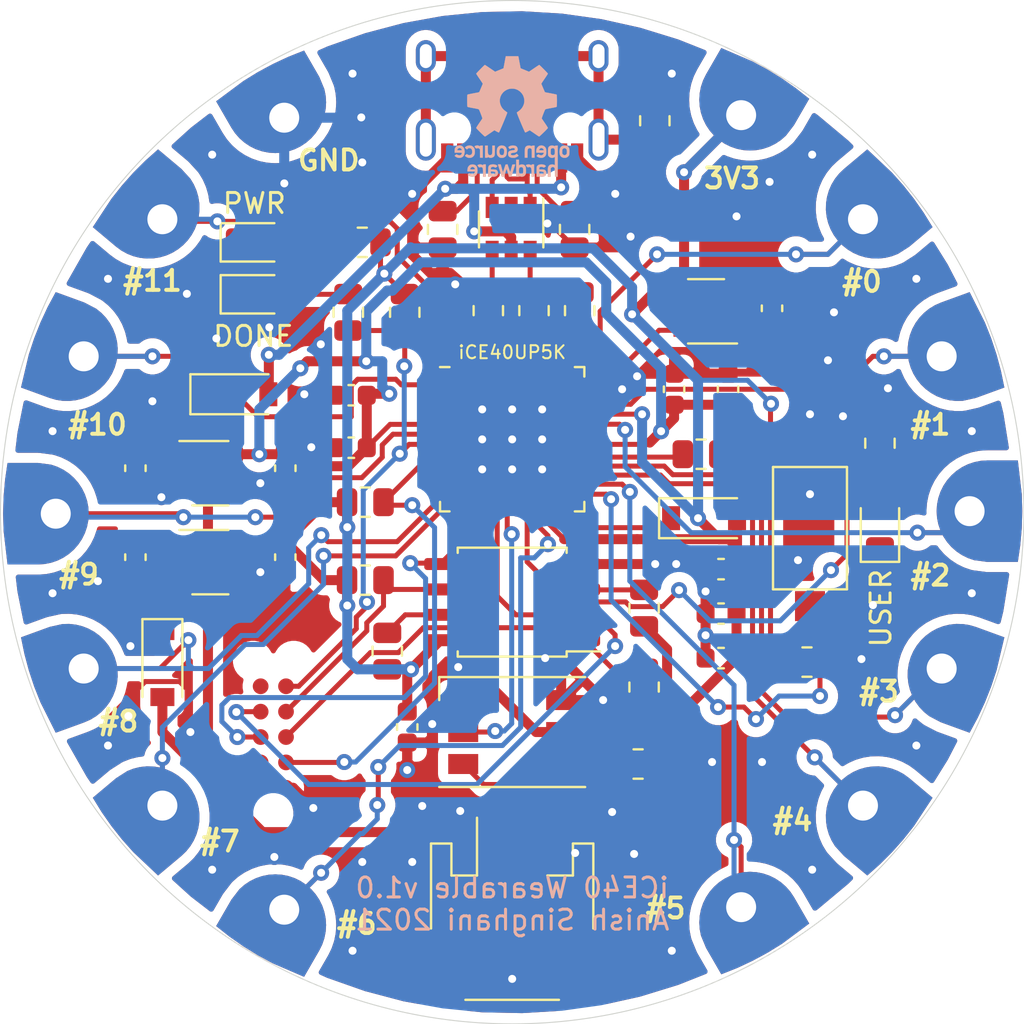
<source format=kicad_pcb>
(kicad_pcb (version 20171130) (host pcbnew "(5.1.9-0-10_14)")
  (layers (0 F.Cu signal hide) (31 B.Cu signal hide) (34 B.Paste user hide) (35 F.Paste user) (36 B.SilkS user hide) (37 F.SilkS user) (38 B.Mask user hide) (39 F.Mask user) (44 Edge.Cuts user))
  (net 0 "")
  (net 1 GND)
  (net 2 +3V3)
  (net 3 /+VSRC)
  (net 4 /CRESET#)
  (net 5 /CDONE)
  (net 6 /SPI_CS#)
  (net 7 /SPI_MISO)
  (net 8 /SPI_SCK)
  (net 9 /SPI_MOSI)
  (net 10 /CLK)
  (net 11 "Net-(D4-Pad3)")
  (net 12 /+VBAT)
  (net 13 +1V2)
  (net 14 /SPI_HOLD#)
  (net 15 /SPI_WP#)
  (net 16 /USBP)
  (net 17 /USBN)
  (net 18 /USBDET)
  (net 19 "Net-(R12-Pad1)")
  (net 20 "Net-(D6-Pad1)")
  (net 21 /+VUSB)
  (net 22 "Net-(R16-Pad1)")
  (net 23 "Net-(R15-Pad2)")
  (net 24 "Net-(J17-PadA6)")
  (net 25 "Net-(J17-PadA7)")
  (net 26 "Net-(D3-Pad2)")
  (net 27 "Net-(D5-Pad2)")
  (net 28 "Net-(J17-PadA5)")
  (net 29 "Net-(J17-PadB5)")
  (net 30 "Net-(J17-PadS1)")
  (net 31 /RGB_CTRL)
  (net 32 /IO_0)
  (net 33 /IO_1)
  (net 34 /IO_2)
  (net 35 /IO_3)
  (net 36 /IO_4)
  (net 37 /IO_5)
  (net 38 /IO_6)
  (net 39 /IO_7)
  (net 40 /IO_8)
  (net 41 /IO_9)
  (net 42 /IO_10)
  (net 43 /IO_11)
  (net 44 /USER_BTN)
  (net 45 "Net-(D7-Pad2)")
  (net 46 /LED_USER)
  (net 47 "Net-(D4-Pad1)")
  (net 48 "Net-(D4-Pad4)")
  (net 49 "Net-(J1-Pad9)")
  (net 50 "Net-(J1-Pad6)")
  (net 51 "Net-(J17-PadB8)")
  (net 52 "Net-(J17-PadA8)")
  (net 53 "Net-(U1-Pad47)")
  (net 54 "Net-(U1-Pad46)")
  (net 55 "Net-(U1-Pad45)")
  (net 56 "Net-(U1-Pad44)")
  (net 57 "Net-(U1-Pad43)")
  (net 58 "Net-(U1-Pad41)")
  (net 59 "Net-(U1-Pad40)")
  (net 60 "Net-(U1-Pad39)")
  (net 61 "Net-(U1-Pad31)")
  (net 62 "Net-(U1-Pad23)")
  (net 63 "Net-(U1-Pad19)")
  (net 64 "Net-(U1-Pad11)")
  (net 65 "Net-(U1-Pad10)")
  (net 66 "Net-(U1-Pad9)")
  (net 67 "Net-(U1-Pad4)")
  (net 68 "Net-(U1-Pad3)")
  (net 69 "Net-(U2-Pad4)")
  (net 70 "Net-(U3-Pad4)")
  (module Connector_USB:USB_C_Receptacle_HRO_TYPE-C-31-M-12 (layer F.Cu) (at 100 78.232 180)
    (fp_text reference J17 hide)
    (fp_text value USB_C_Receptacle_USB2.0)
    (pad B1 smd rect (at 3.25 -4.045 180) (size 0.6 1.45) (layers F.Cu F.Paste F.Mask) (net 1 GND))
    (pad A9 smd rect (at 2.45 -4.045 180) (size 0.6 1.45) (layers F.Cu F.Paste F.Mask) (net 21 /+VUSB))
    (pad B9 smd rect (at -2.45 -4.045 180) (size 0.6 1.45) (layers F.Cu F.Paste F.Mask) (net 21 /+VUSB))
    (pad B12 smd rect (at -3.25 -4.045 180) (size 0.6 1.45) (layers F.Cu F.Paste F.Mask) (net 1 GND))
    (pad A1 smd rect (at -3.25 -4.045 180) (size 0.6 1.45) (layers F.Cu F.Paste F.Mask) (net 1 GND))
    (pad A4 smd rect (at -2.45 -4.045 180) (size 0.6 1.45) (layers F.Cu F.Paste F.Mask) (net 21 /+VUSB))
    (pad B4 smd rect (at 2.45 -4.045 180) (size 0.6 1.45) (layers F.Cu F.Paste F.Mask) (net 21 /+VUSB))
    (pad A12 smd rect (at 3.25 -4.045 180) (size 0.6 1.45) (layers F.Cu F.Paste F.Mask) (net 1 GND))
    (pad B8 smd rect (at -1.75 -4.045 180) (size 0.3 1.45) (layers F.Cu F.Paste F.Mask) (net 51 "Net-(J17-PadB8)"))
    (pad A5 smd rect (at -1.25 -4.045 180) (size 0.3 1.45) (layers F.Cu F.Paste F.Mask) (net 28 "Net-(J17-PadA5)"))
    (pad B7 smd rect (at -0.75 -4.045 180) (size 0.3 1.45) (layers F.Cu F.Paste F.Mask) (net 25 "Net-(J17-PadA7)"))
    (pad A7 smd rect (at 0.25 -4.045 180) (size 0.3 1.45) (layers F.Cu F.Paste F.Mask) (net 25 "Net-(J17-PadA7)"))
    (pad B6 smd rect (at 0.75 -4.045 180) (size 0.3 1.45) (layers F.Cu F.Paste F.Mask) (net 24 "Net-(J17-PadA6)"))
    (pad A8 smd rect (at 1.25 -4.045 180) (size 0.3 1.45) (layers F.Cu F.Paste F.Mask) (net 52 "Net-(J17-PadA8)"))
    (pad B5 smd rect (at 1.75 -4.045 180) (size 0.3 1.45) (layers F.Cu F.Paste F.Mask) (net 29 "Net-(J17-PadB5)"))
    (pad A6 smd rect (at -0.25 -4.045 180) (size 0.3 1.45) (layers F.Cu F.Paste F.Mask) (net 24 "Net-(J17-PadA6)"))
    (pad S1 thru_hole oval (at 4.32 -3.13 180) (size 1 2.1) (drill oval 0.6 1.7) (layers *.Cu *.Mask) (net 30 "Net-(J17-PadS1)"))
    (pad S1 thru_hole oval (at -4.32 -3.13 180) (size 1 2.1) (drill oval 0.6 1.7) (layers *.Cu *.Mask) (net 30 "Net-(J17-PadS1)"))
    (pad "" np_thru_hole circle (at -2.89 -2.6 180) (size 0.65 0.65) (drill 0.65) (layers *.Cu *.Mask))
    (pad S1 thru_hole oval (at -4.32 1.05 180) (size 1 1.6) (drill oval 0.6 1.2) (layers *.Cu *.Mask) (net 30 "Net-(J17-PadS1)"))
    (pad "" np_thru_hole circle (at 2.89 -2.6 180) (size 0.65 0.65) (drill 0.65) (layers *.Cu *.Mask))
    (pad S1 thru_hole oval (at 4.32 1.05 180) (size 1 1.6) (drill oval 0.6 1.2) (layers *.Cu *.Mask) (net 30 "Net-(J17-PadS1)"))
  )
  (module Symbol:OSHW-Logo_5.7x6mm_SilkScreen (layer B.Cu) (at 100 80.2 180)
    (fp_text reference REF** hide)
    (fp_text value OSHW-Logo_5.7x6mm_SilkScreen hide)
  )
  (module Connector:Tag-Connect_TC2050-IDC-NL_2x05_P1.27mm_Vertical_with_bottom_clip (layer F.Cu) (at 88.05 111.25 90)
    (fp_text reference J1 hide)
    (fp_text value "2x5 Header")
    (pad 10 connect circle (at -2.54 -0.635 90) (size 0.7874 0.7874) (layers F.Cu F.Mask) (net 3 /+VSRC))
    (pad 9 connect circle (at -1.27 -0.635 90) (size 0.7874 0.7874) (layers F.Cu F.Mask) (net 49 "Net-(J1-Pad9)"))
    (pad 8 connect circle (at 0 -0.635 90) (size 0.7874 0.7874) (layers F.Cu F.Mask) (net 7 /SPI_MISO))
    (pad 7 connect circle (at 1.27 -0.635 90) (size 0.7874 0.7874) (layers F.Cu F.Mask) (net 9 /SPI_MOSI))
    (pad 6 connect circle (at 2.54 -0.635 90) (size 0.7874 0.7874) (layers F.Cu F.Mask) (net 50 "Net-(J1-Pad6)"))
    (pad 5 connect circle (at 2.54 0.635 90) (size 0.7874 0.7874) (layers F.Cu F.Mask) (net 5 /CDONE))
    (pad 4 connect circle (at 1.27 0.635 90) (size 0.7874 0.7874) (layers F.Cu F.Mask) (net 8 /SPI_SCK))
    (pad 3 connect circle (at 0 0.635 90) (size 0.7874 0.7874) (layers F.Cu F.Mask) (net 6 /SPI_CS#))
    (pad 2 connect circle (at -1.27 0.635 90) (size 0.7874 0.7874) (layers F.Cu F.Mask) (net 4 /CRESET#))
    (pad 1 connect circle (at -2.54 0.635 90) (size 0.7874 0.7874) (layers F.Cu F.Mask) (net 1 GND))
    (pad "" np_thru_hole circle (at -3.81 0 90) (size 0.9906 0.9906) (drill 0.9906) (layers *.Cu *.Mask))
    (pad "" np_thru_hole circle (at 3.81 1.016 90) (size 0.9906 0.9906) (drill 0.9906) (layers *.Cu *.Mask))
    (pad "" np_thru_hole circle (at 3.81 -1.016 90) (size 0.9906 0.9906) (drill 0.9906) (layers *.Cu *.Mask))
  )
  (module Resistor_SMD:R_0805_2012Metric (layer F.Cu) (at 118.4 96.55 270)
    (fp_text reference R18 hide)
    (fp_text value 1K)
    (pad 2 smd roundrect (at 0.9125 0 270) (size 1.025 1.4) (layers F.Cu F.Paste F.Mask) (roundrect_rratio 0.2439014634146341) (net 45 "Net-(D7-Pad2)"))
    (pad 1 smd roundrect (at -0.9125 0 270) (size 1.025 1.4) (layers F.Cu F.Paste F.Mask) (roundrect_rratio 0.2439014634146341) (net 46 /LED_USER))
  )
  (module LED_SMD:LED_0805_2012Metric (layer F.Cu) (at 118.4 100.8 90)
    (fp_text reference D7 hide)
    (fp_text value LED_USER)
    (pad 2 smd roundrect (at 0.9375 0 90) (size 0.975 1.4) (layers F.Cu F.Paste F.Mask) (net 45 "Net-(D7-Pad2)"))
    (pad 1 smd roundrect (at -0.9375 0 90) (size 0.975 1.4) (layers F.Cu F.Paste F.Mask) (net 1 GND))
  )
  (module Button_Switch_SMD:SW_SPST_CK_RS282G05A3 (layer F.Cu) (at 114.9 100.8 90)
    (fp_text reference SW1 hide)
    (fp_text value USER_BTN)
    (pad 2 smd rect (at 3.9 0 90) (size 1.5 1.5) (layers F.Cu F.Paste F.Mask) (net 1 GND))
    (pad 1 smd rect (at -3.9 0 90) (size 1.5 1.5) (layers F.Cu F.Paste F.Mask) (net 44 /USER_BTN))
  )
  (module Resistor_SMD:R_0805_2012Metric (layer F.Cu) (at 114.75 107.5)
    (fp_text reference R5 hide)
    (fp_text value 10K)
    (pad 2 smd roundrect (at 0.9125 0) (size 1.025 1.4) (layers F.Cu F.Paste F.Mask) (roundrect_rratio 0.2439014634146341) (net 44 /USER_BTN))
    (pad 1 smd roundrect (at -0.9125 0) (size 1.025 1.4) (layers F.Cu F.Paste F.Mask) (roundrect_rratio 0.2439014634146341) (net 2 +3V3))
  )
  (module Package_DFN_QFN:QFN-48-1EP_7x7mm_P0.5mm_EP5.6x5.6mm (layer F.Cu) (at 100 96.35)
    (fp_text reference U1 hide)
    (fp_text value ICE40UP5K-SG48ITR)
    (pad 49 smd rect (at 0 0) (size 5.6 5.6) (layers F.Cu F.Mask) (net 1 GND))
    (pad 48 smd roundrect (at -2.75 -3.4375) (size 0.25 0.875) (layers F.Cu F.Paste F.Mask) (net 43 /IO_11))
    (pad 47 smd roundrect (at -2.25 -3.4375) (size 0.25 0.875) (layers F.Cu F.Paste F.Mask) (net 53 "Net-(U1-Pad47)"))
    (pad 46 smd roundrect (at -1.75 -3.4375) (size 0.25 0.875) (layers F.Cu F.Paste F.Mask) (net 54 "Net-(U1-Pad46)"))
    (pad 45 smd roundrect (at -1.25 -3.4375) (size 0.25 0.875) (layers F.Cu F.Paste F.Mask) (net 55 "Net-(U1-Pad45)"))
    (pad 44 smd roundrect (at -0.75 -3.4375) (size 0.25 0.875) (layers F.Cu F.Paste F.Mask) (net 56 "Net-(U1-Pad44)"))
    (pad 43 smd roundrect (at -0.25 -3.4375) (size 0.25 0.875) (layers F.Cu F.Paste F.Mask) (net 57 "Net-(U1-Pad43)"))
    (pad 42 smd roundrect (at 0.25 -3.4375) (size 0.25 0.875) (layers F.Cu F.Paste F.Mask) (net 16 /USBP))
    (pad 41 smd roundrect (at 0.75 -3.4375) (size 0.25 0.875) (layers F.Cu F.Paste F.Mask) (net 58 "Net-(U1-Pad41)"))
    (pad 40 smd roundrect (at 1.25 -3.4375) (size 0.25 0.875) (layers F.Cu F.Paste F.Mask) (net 59 "Net-(U1-Pad40)"))
    (pad 39 smd roundrect (at 1.75 -3.4375) (size 0.25 0.875) (layers F.Cu F.Paste F.Mask) (net 60 "Net-(U1-Pad39)"))
    (pad 38 smd roundrect (at 2.25 -3.4375) (size 0.25 0.875) (layers F.Cu F.Paste F.Mask) (net 17 /USBN))
    (pad 37 smd roundrect (at 2.75 -3.4375) (size 0.25 0.875) (layers F.Cu F.Paste F.Mask) (net 18 /USBDET))
    (pad 36 smd roundrect (at 3.4375 -2.75) (size 0.875 0.25) (layers F.Cu F.Paste F.Mask) (net 32 /IO_0))
    (pad 35 smd roundrect (at 3.4375 -2.25) (size 0.875 0.25) (layers F.Cu F.Paste F.Mask) (net 10 /CLK))
    (pad 34 smd roundrect (at 3.4375 -1.75) (size 0.875 0.25) (layers F.Cu F.Paste F.Mask) (net 33 /IO_1))
    (pad 33 smd roundrect (at 3.4375 -1.25) (size 0.875 0.25) (layers F.Cu F.Paste F.Mask) (net 2 +3V3))
    (pad 32 smd roundrect (at 3.4375 -0.75) (size 0.875 0.25) (layers F.Cu F.Paste F.Mask) (net 34 /IO_2))
    (pad 31 smd roundrect (at 3.4375 -0.25) (size 0.875 0.25) (layers F.Cu F.Paste F.Mask) (net 61 "Net-(U1-Pad31)"))
    (pad 30 smd roundrect (at 3.4375 0.25) (size 0.875 0.25) (layers F.Cu F.Paste F.Mask) (net 13 +1V2))
    (pad 29 smd roundrect (at 3.4375 0.75) (size 0.875 0.25) (layers F.Cu F.Paste F.Mask) (net 19 "Net-(R12-Pad1)"))
    (pad 28 smd roundrect (at 3.4375 1.25) (size 0.875 0.25) (layers F.Cu F.Paste F.Mask) (net 35 /IO_3))
    (pad 27 smd roundrect (at 3.4375 1.75) (size 0.875 0.25) (layers F.Cu F.Paste F.Mask) (net 36 /IO_4))
    (pad 26 smd roundrect (at 3.4375 2.25) (size 0.875 0.25) (layers F.Cu F.Paste F.Mask) (net 37 /IO_5))
    (pad 25 smd roundrect (at 3.4375 2.75) (size 0.875 0.25) (layers F.Cu F.Paste F.Mask) (net 44 /USER_BTN))
    (pad 24 smd roundrect (at 2.75 3.4375) (size 0.25 0.875) (layers F.Cu F.Paste F.Mask) (net 20 "Net-(D6-Pad1)"))
    (pad 23 smd roundrect (at 2.25 3.4375) (size 0.25 0.875) (layers F.Cu F.Paste F.Mask) (net 62 "Net-(U1-Pad23)"))
    (pad 22 smd roundrect (at 1.75 3.4375) (size 0.25 0.875) (layers F.Cu F.Paste F.Mask) (net 2 +3V3))
    (pad 21 smd roundrect (at 1.25 3.4375) (size 0.25 0.875) (layers F.Cu F.Paste F.Mask) (net 38 /IO_6))
    (pad 20 smd roundrect (at 0.75 3.4375) (size 0.25 0.875) (layers F.Cu F.Paste F.Mask) (net 46 /LED_USER))
    (pad 19 smd roundrect (at 0.25 3.4375) (size 0.25 0.875) (layers F.Cu F.Paste F.Mask) (net 63 "Net-(U1-Pad19)"))
    (pad 18 smd roundrect (at -0.25 3.4375) (size 0.25 0.875) (layers F.Cu F.Paste F.Mask) (net 31 /RGB_CTRL))
    (pad 17 smd roundrect (at -0.75 3.4375) (size 0.25 0.875) (layers F.Cu F.Paste F.Mask) (net 9 /SPI_MOSI))
    (pad 16 smd roundrect (at -1.25 3.4375) (size 0.25 0.875) (layers F.Cu F.Paste F.Mask) (net 6 /SPI_CS#))
    (pad 15 smd roundrect (at -1.75 3.4375) (size 0.25 0.875) (layers F.Cu F.Paste F.Mask) (net 8 /SPI_SCK))
    (pad 14 smd roundrect (at -2.25 3.4375) (size 0.25 0.875) (layers F.Cu F.Paste F.Mask) (net 7 /SPI_MISO))
    (pad 13 smd roundrect (at -2.75 3.4375) (size 0.25 0.875) (layers F.Cu F.Paste F.Mask) (net 39 /IO_7))
    (pad 12 smd roundrect (at -3.4375 2.75) (size 0.875 0.25) (layers F.Cu F.Paste F.Mask) (net 40 /IO_8))
    (pad 11 smd roundrect (at -3.4375 2.25) (size 0.875 0.25) (layers F.Cu F.Paste F.Mask) (net 64 "Net-(U1-Pad11)"))
    (pad 10 smd roundrect (at -3.4375 1.75) (size 0.875 0.25) (layers F.Cu F.Paste F.Mask) (net 65 "Net-(U1-Pad10)"))
    (pad 9 smd roundrect (at -3.4375 1.25) (size 0.875 0.25) (layers F.Cu F.Paste F.Mask) (net 66 "Net-(U1-Pad9)"))
    (pad 8 smd roundrect (at -3.4375 0.75) (size 0.875 0.25) (layers F.Cu F.Paste F.Mask) (net 4 /CRESET#))
    (pad 7 smd roundrect (at -3.4375 0.25) (size 0.875 0.25) (layers F.Cu F.Paste F.Mask) (net 5 /CDONE))
    (pad 6 smd roundrect (at -3.4375 -0.25) (size 0.875 0.25) (layers F.Cu F.Paste F.Mask) (net 41 /IO_9))
    (pad 5 smd roundrect (at -3.4375 -0.75) (size 0.875 0.25) (layers F.Cu F.Paste F.Mask) (net 13 +1V2))
    (pad 4 smd roundrect (at -3.4375 -1.25) (size 0.875 0.25) (layers F.Cu F.Paste F.Mask) (net 67 "Net-(U1-Pad4)"))
    (pad 3 smd roundrect (at -3.4375 -1.75) (size 0.875 0.25) (layers F.Cu F.Paste F.Mask) (net 68 "Net-(U1-Pad3)"))
    (pad 2 smd roundrect (at -3.4375 -2.25) (size 0.875 0.25) (layers F.Cu F.Paste F.Mask) (net 42 /IO_10))
    (pad 1 smd roundrect (at -3.4375 -2.75) (size 0.875 0.25) (layers F.Cu F.Paste F.Mask) (net 2 +3V3))
  )
  (module Capacitor_SMD:C_0603_1608Metric (layer F.Cu) (at 110.45 107.3 180)
    (fp_text reference C16 hide)
    (fp_text value 100n)
    (pad 2 smd roundrect (at 0.775 0 180) (size 0.9 0.95) (layers F.Cu F.Paste F.Mask) (net 1 GND))
    (pad 1 smd roundrect (at -0.775 0 180) (size 0.9 0.95) (layers F.Cu F.Paste F.Mask) (net 2 +3V3))
  )
  (module Capacitor_SMD:C_0603_1608Metric (layer F.Cu) (at 110.45 105.075 180)
    (fp_text reference C15 hide)
    (fp_text value 1u)
    (pad 2 smd roundrect (at 0.775 0 180) (size 0.9 0.95) (layers F.Cu F.Paste F.Mask) (net 1 GND))
    (pad 1 smd roundrect (at -0.775 0 180) (size 0.9 0.95) (layers F.Cu F.Paste F.Mask) (net 2 +3V3))
  )
  (module Capacitor_SMD:C_0603_1608Metric (layer F.Cu) (at 91.95 96.774 180)
    (fp_text reference C14 hide)
    (fp_text value 10n)
    (pad 2 smd roundrect (at 0.775 0 180) (size 0.9 0.95) (layers F.Cu F.Paste F.Mask) (net 1 GND))
    (pad 1 smd roundrect (at -0.775 0 180) (size 0.9 0.95) (layers F.Cu F.Paste F.Mask) (net 13 +1V2))
  )
  (module Capacitor_SMD:C_0603_1608Metric (layer F.Cu) (at 108.1 93.85 90)
    (fp_text reference C13 hide)
    (fp_text value 100n)
    (pad 2 smd roundrect (at 0.775 0 90) (size 0.9 0.95) (layers F.Cu F.Paste F.Mask) (net 1 GND))
    (pad 1 smd roundrect (at -0.775 0 90) (size 0.9 0.95) (layers F.Cu F.Paste F.Mask) (net 13 +1V2))
  )
  (module Capacitor_SMD:C_0603_1608Metric (layer F.Cu) (at 91.95 94.15 180)
    (fp_text reference C12 hide)
    (fp_text value 100n)
    (pad 2 smd roundrect (at 0.775 0 180) (size 0.9 0.95) (layers F.Cu F.Paste F.Mask) (net 1 GND))
    (pad 1 smd roundrect (at -0.775 0 180) (size 0.9 0.95) (layers F.Cu F.Paste F.Mask) (net 13 +1V2))
  )
  (module Capacitor_SMD:C_0603_1608Metric (layer F.Cu) (at 110.8 93.85 90)
    (fp_text reference C11 hide)
    (fp_text value 10u)
    (pad 2 smd roundrect (at 0.775 0 90) (size 0.9 0.95) (layers F.Cu F.Paste F.Mask) (net 1 GND))
    (pad 1 smd roundrect (at -0.775 0 90) (size 0.9 0.95) (layers F.Cu F.Paste F.Mask) (net 13 +1V2))
  )
  (module Capacitor_SMD:C_0603_1608Metric (layer F.Cu) (at 110.45 102.85 180)
    (fp_text reference C9 hide)
    (fp_text value 100n)
    (pad 2 smd roundrect (at 0.775 0 180) (size 0.9 0.95) (layers F.Cu F.Paste F.Mask) (net 1 GND))
    (pad 1 smd roundrect (at -0.775 0 180) (size 0.9 0.95) (layers F.Cu F.Paste F.Mask) (net 2 +3V3))
  )
  (module Capacitor_SMD:C_0603_1608Metric (layer F.Cu) (at 88.65 102.25 270)
    (fp_text reference C6 hide)
    (fp_text value 1u)
    (pad 1 smd roundrect (at -0.775 0 270) (size 0.9 0.95) (layers F.Cu F.Paste F.Mask) (net 2 +3V3))
    (pad 2 smd roundrect (at 0.775 0 270) (size 0.9 0.95) (layers F.Cu F.Paste F.Mask) (net 1 GND))
  )
  (module Capacitor_SMD:C_0603_1608Metric (layer F.Cu) (at 88.65 97.8 270)
    (fp_text reference C5 hide)
    (fp_text value 1u)
    (pad 2 smd roundrect (at 0.775 0 270) (size 0.9 0.95) (layers F.Cu F.Paste F.Mask) (net 1 GND))
    (pad 1 smd roundrect (at -0.775 0 270) (size 0.9 0.95) (layers F.Cu F.Paste F.Mask) (net 13 +1V2))
  )
  (module Capacitor_SMD:C_0603_1608Metric (layer F.Cu) (at 94.75 110.75 270)
    (fp_text reference C4 hide)
    (fp_text value 100n)
    (pad 2 smd roundrect (at 0.775 0 270) (size 0.9 0.95) (layers F.Cu F.Paste F.Mask) (net 1 GND))
    (pad 1 smd roundrect (at -0.775 0 270) (size 0.9 0.95) (layers F.Cu F.Paste F.Mask) (net 2 +3V3))
  )
  (module Capacitor_SMD:C_0603_1608Metric (layer F.Cu) (at 113 89.8 270)
    (fp_text reference C3 hide)
    (fp_text value 100n)
    (pad 2 smd roundrect (at 0.775 0 270) (size 0.9 0.95) (layers F.Cu F.Paste F.Mask) (net 1 GND))
    (pad 1 smd roundrect (at -0.775 0 270) (size 0.9 0.95) (layers F.Cu F.Paste F.Mask) (net 2 +3V3))
  )
  (module Capacitor_SMD:C_0603_1608Metric (layer F.Cu) (at 81.15 102.25 270)
    (fp_text reference C2 hide)
    (fp_text value 1u)
    (pad 1 smd roundrect (at -0.775 0 270) (size 0.9 0.95) (layers F.Cu F.Paste F.Mask) (net 3 /+VSRC))
    (pad 2 smd roundrect (at 0.775 0 270) (size 0.9 0.95) (layers F.Cu F.Paste F.Mask) (net 1 GND))
  )
  (module Capacitor_SMD:C_0603_1608Metric (layer F.Cu) (at 81.15 97.8 270)
    (fp_text reference C1 hide)
    (fp_text value 1u)
    (pad 2 smd roundrect (at 0.775 0 270) (size 0.9 0.95) (layers F.Cu F.Paste F.Mask) (net 1 GND))
    (pad 1 smd roundrect (at -0.775 0 270) (size 0.9 0.95) (layers F.Cu F.Paste F.Mask) (net 3 /+VSRC))
  )
  (module Resistor_SMD:R_0805_2012Metric (layer F.Cu) (at 98.806 89.916 270)
    (fp_text reference R17 hide)
    (fp_text value 22R)
    (pad 2 smd roundrect (at 0.9125 0 270) (size 1.025 1.4) (layers F.Cu F.Paste F.Mask) (roundrect_rratio 0.2439014634146341) (net 16 /USBP))
    (pad 1 smd roundrect (at -0.9125 0 270) (size 1.025 1.4) (layers F.Cu F.Paste F.Mask) (roundrect_rratio 0.2439014634146341) (net 23 "Net-(R15-Pad2)"))
  )
  (module Resistor_SMD:R_0805_2012Metric (layer F.Cu) (at 101.092 89.916 270)
    (fp_text reference R16 hide)
    (fp_text value 22R)
    (pad 2 smd roundrect (at 0.9125 0 270) (size 1.025 1.4) (layers F.Cu F.Paste F.Mask) (roundrect_rratio 0.2439014634146341) (net 17 /USBN))
    (pad 1 smd roundrect (at -0.9125 0 270) (size 1.025 1.4) (layers F.Cu F.Paste F.Mask) (roundrect_rratio 0.2439014634146341) (net 22 "Net-(R16-Pad1)"))
  )
  (module Resistor_SMD:R_0805_2012Metric (layer F.Cu) (at 103.378 89.916 90)
    (fp_text reference R15 hide)
    (fp_text value 1K5)
    (pad 2 smd roundrect (at 0.9125 0 90) (size 1.025 1.4) (layers F.Cu F.Paste F.Mask) (roundrect_rratio 0.2439014634146341) (net 23 "Net-(R15-Pad2)"))
    (pad 1 smd roundrect (at -0.9125 0 90) (size 1.025 1.4) (layers F.Cu F.Paste F.Mask) (roundrect_rratio 0.2439014634146341) (net 18 /USBDET))
  )
  (module Resistor_SMD:R_0805_2012Metric (layer F.Cu) (at 96.52 85.852 270)
    (fp_text reference R14 hide)
    (fp_text value 5K1)
    (pad 2 smd roundrect (at 0.9125 0 270) (size 1.025 1.4) (layers F.Cu F.Paste F.Mask) (roundrect_rratio 0.2439014634146341) (net 1 GND))
    (pad 1 smd roundrect (at -0.9125 0 270) (size 1.025 1.4) (layers F.Cu F.Paste F.Mask) (roundrect_rratio 0.2439014634146341) (net 29 "Net-(J17-PadB5)"))
  )
  (module Resistor_SMD:R_0805_2012Metric (layer F.Cu) (at 103.124 85.852 270)
    (fp_text reference R13 hide)
    (fp_text value 5K1)
    (pad 2 smd roundrect (at 0.9125 0 270) (size 1.025 1.4) (layers F.Cu F.Paste F.Mask) (roundrect_rratio 0.2439014634146341) (net 1 GND))
    (pad 1 smd roundrect (at -0.9125 0 270) (size 1.025 1.4) (layers F.Cu F.Paste F.Mask) (roundrect_rratio 0.2439014634146341) (net 28 "Net-(J17-PadA5)"))
  )
  (module Resistor_SMD:R_0805_2012Metric (layer F.Cu) (at 109.45 97.1)
    (fp_text reference R12 hide)
    (fp_text value 100R)
    (pad 2 smd roundrect (at 0.9125 0) (size 1.025 1.4) (layers F.Cu F.Paste F.Mask) (roundrect_rratio 0.2439014634146341) (net 13 +1V2))
    (pad 1 smd roundrect (at -0.9125 0) (size 1.025 1.4) (layers F.Cu F.Paste F.Mask) (roundrect_rratio 0.2439014634146341) (net 19 "Net-(R12-Pad1)"))
  )
  (module Resistor_SMD:R_0805_2012Metric (layer F.Cu) (at 107.1372 80.4164 90)
    (fp_text reference R11 hide)
    (fp_text value 1M)
    (pad 2 smd roundrect (at 0.9125 0 90) (size 1.025 1.4) (layers F.Cu F.Paste F.Mask) (roundrect_rratio 0.2439014634146341) (net 1 GND))
    (pad 1 smd roundrect (at -0.9125 0 90) (size 1.025 1.4) (layers F.Cu F.Paste F.Mask) (roundrect_rratio 0.2439014634146341) (net 30 "Net-(J17-PadS1)"))
  )
  (module Resistor_SMD:R_0805_2012Metric (layer F.Cu) (at 91.8 90 270)
    (fp_text reference R10 hide)
    (fp_text value 1K)
    (pad 2 smd roundrect (at 0.9125 0 270) (size 1.025 1.4) (layers F.Cu F.Paste F.Mask) (roundrect_rratio 0.2439014634146341) (net 5 /CDONE))
    (pad 1 smd roundrect (at -0.9125 0 270) (size 1.025 1.4) (layers F.Cu F.Paste F.Mask) (roundrect_rratio 0.2439014634146341) (net 27 "Net-(D5-Pad2)"))
  )
  (module Resistor_SMD:R_0805_2012Metric (layer F.Cu) (at 94.625 90 270)
    (fp_text reference R9 hide)
    (fp_text value 2K2)
    (pad 1 smd roundrect (at -0.9125 0 270) (size 1.025 1.4) (layers F.Cu F.Paste F.Mask) (roundrect_rratio 0.2439014634146341) (net 2 +3V3))
    (pad 2 smd roundrect (at 0.9125 0 270) (size 1.025 1.4) (layers F.Cu F.Paste F.Mask) (roundrect_rratio 0.2439014634146341) (net 5 /CDONE))
  )
  (module Resistor_SMD:R_0805_2012Metric (layer F.Cu) (at 92.65 99.5)
    (fp_text reference R8 hide)
    (fp_text value 2K2)
    (pad 1 smd roundrect (at -0.9125 0) (size 1.025 1.4) (layers F.Cu F.Paste F.Mask) (roundrect_rratio 0.2439014634146341) (net 2 +3V3))
    (pad 2 smd roundrect (at 0.9125 0) (size 1.025 1.4) (layers F.Cu F.Paste F.Mask) (roundrect_rratio 0.2439014634146341) (net 4 /CRESET#))
  )
  (module Resistor_SMD:R_0805_2012Metric (layer F.Cu) (at 106.3 112.6)
    (fp_text reference R7 hide)
    (fp_text value 2K2)
    (pad 2 smd roundrect (at 0.9125 0) (size 1.025 1.4) (layers F.Cu F.Paste F.Mask) (roundrect_rratio 0.2439014634146341) (net 11 "Net-(D4-Pad3)"))
    (pad 1 smd roundrect (at -0.9125 0) (size 1.025 1.4) (layers F.Cu F.Paste F.Mask) (roundrect_rratio 0.2439014634146341) (net 2 +3V3))
  )
  (module Resistor_SMD:R_0805_2012Metric (layer F.Cu) (at 93.75 106.95 90)
    (fp_text reference R6 hide)
    (fp_text value 10K)
    (pad 2 smd roundrect (at 0.9125 0 90) (size 1.025 1.4) (layers F.Cu F.Paste F.Mask) (roundrect_rratio 0.2439014634146341) (net 14 /SPI_HOLD#))
    (pad 1 smd roundrect (at -0.9125 0 90) (size 1.025 1.4) (layers F.Cu F.Paste F.Mask) (roundrect_rratio 0.2439014634146341) (net 2 +3V3))
  )
  (module Resistor_SMD:R_0805_2012Metric (layer F.Cu) (at 106.6 104.8 270)
    (fp_text reference R4 hide)
    (fp_text value 10K)
    (pad 2 smd roundrect (at 0.9125 0 270) (size 1.025 1.4) (layers F.Cu F.Paste F.Mask) (roundrect_rratio 0.2439014634146341) (net 2 +3V3))
    (pad 1 smd roundrect (at -0.9125 0 270) (size 1.025 1.4) (layers F.Cu F.Paste F.Mask) (roundrect_rratio 0.2439014634146341) (net 15 /SPI_WP#))
  )
  (module Resistor_SMD:R_0805_2012Metric (layer F.Cu) (at 92.5 86.5 180)
    (fp_text reference R3 hide)
    (fp_text value 1K)
    (pad 2 smd roundrect (at 0.9125 0 180) (size 1.025 1.4) (layers F.Cu F.Paste F.Mask) (roundrect_rratio 0.2439014634146341) (net 26 "Net-(D3-Pad2)"))
    (pad 1 smd roundrect (at -0.9125 0 180) (size 1.025 1.4) (layers F.Cu F.Paste F.Mask) (roundrect_rratio 0.2439014634146341) (net 2 +3V3))
  )
  (module Resistor_SMD:R_0805_2012Metric (layer F.Cu) (at 106.6 108.75 90)
    (fp_text reference R2 hide)
    (fp_text value 10K)
    (pad 2 smd roundrect (at 0.9125 0 90) (size 1.025 1.4) (layers F.Cu F.Paste F.Mask) (roundrect_rratio 0.2439014634146341) (net 6 /SPI_CS#))
    (pad 1 smd roundrect (at -0.9125 0 90) (size 1.025 1.4) (layers F.Cu F.Paste F.Mask) (roundrect_rratio 0.2439014634146341) (net 2 +3V3))
  )
  (module Resistor_SMD:R_0805_2012Metric (layer F.Cu) (at 92.65 103.4)
    (fp_text reference R1 hide)
    (fp_text value 10K)
    (pad 2 smd roundrect (at 0.9125 0) (size 1.025 1.4) (layers F.Cu F.Paste F.Mask) (roundrect_rratio 0.2439014634146341) (net 8 /SPI_SCK))
    (pad 1 smd roundrect (at -0.9125 0) (size 1.025 1.4) (layers F.Cu F.Paste F.Mask) (roundrect_rratio 0.2439014634146341) (net 2 +3V3))
  )
  (module Diode_SMD:D_SOD-123 (layer F.Cu) (at 109.6 100.3)
    (fp_text reference D6 hide)
    (fp_text value MBR130)
    (pad 2 smd rect (at 1.65 0) (size 0.9 1.2) (layers F.Cu F.Paste F.Mask) (net 2 +3V3))
    (pad 1 smd rect (at -1.65 0) (size 0.9 1.2) (layers F.Cu F.Paste F.Mask) (net 20 "Net-(D6-Pad1)"))
  )
  (module LED_SMD:LED_0805_2012Metric (layer F.Cu) (at 87.1 89.1)
    (fp_text reference D5 hide)
    (fp_text value LED_DONE)
    (pad 2 smd roundrect (at 0.9375 0) (size 0.975 1.4) (layers F.Cu F.Paste F.Mask) (net 27 "Net-(D5-Pad2)"))
    (pad 1 smd roundrect (at -0.9375 0) (size 0.975 1.4) (layers F.Cu F.Paste F.Mask) (net 1 GND))
  )
  (module LED_SMD:LED_0805_2012Metric (layer F.Cu) (at 87.1 86.5)
    (fp_text reference D3 hide)
    (fp_text value LED_PWR)
    (pad 2 smd roundrect (at 0.9375 0) (size 0.975 1.4) (layers F.Cu F.Paste F.Mask) (net 26 "Net-(D3-Pad2)"))
    (pad 1 smd roundrect (at -0.9375 0) (size 0.975 1.4) (layers F.Cu F.Paste F.Mask) (net 1 GND))
  )
  (module Diode_SMD:D_SOD-123 (layer F.Cu) (at 86.15 94.1)
    (fp_text reference D2 hide)
    (fp_text value MBR130)
    (pad 2 smd rect (at 1.65 0) (size 0.9 1.2) (layers F.Cu F.Paste F.Mask) (net 21 /+VUSB))
    (pad 1 smd rect (at -1.65 0) (size 0.9 1.2) (layers F.Cu F.Paste F.Mask) (net 3 /+VSRC))
  )
  (module Diode_SMD:D_SOD-123 (layer F.Cu) (at 82.5 107.6 270)
    (fp_text reference D1 hide)
    (fp_text value MBR130)
    (pad 2 smd rect (at 1.65 0 270) (size 0.9 1.2) (layers F.Cu F.Paste F.Mask) (net 12 /+VBAT))
    (pad 1 smd rect (at -1.65 0 270) (size 0.9 1.2) (layers F.Cu F.Paste F.Mask) (net 3 /+VSRC))
  )
  (module Package_TO_SOT_SMD:SOT-23-6 (layer F.Cu) (at 99.949 85.852 270)
    (fp_text reference U5 hide)
    (fp_text value USBLC6-2SC6)
    (pad 5 smd rect (at 1.1 0 270) (size 1.06 0.65) (layers F.Cu F.Paste F.Mask) (net 21 /+VUSB))
    (pad 6 smd rect (at 1.1 -0.95 270) (size 1.06 0.65) (layers F.Cu F.Paste F.Mask) (net 22 "Net-(R16-Pad1)"))
    (pad 4 smd rect (at 1.1 0.95 270) (size 1.06 0.65) (layers F.Cu F.Paste F.Mask) (net 23 "Net-(R15-Pad2)"))
    (pad 3 smd rect (at -1.1 0.95 270) (size 1.06 0.65) (layers F.Cu F.Paste F.Mask) (net 24 "Net-(J17-PadA6)"))
    (pad 2 smd rect (at -1.1 0 270) (size 1.06 0.65) (layers F.Cu F.Paste F.Mask) (net 1 GND))
    (pad 1 smd rect (at -1.1 -0.95 270) (size 1.06 0.65) (layers F.Cu F.Paste F.Mask) (net 25 "Net-(J17-PadA7)"))
  )
  (module ice40_wearable_v1:adafruit_sewing_tap (layer F.Cu) (at 88.595 80.264 30)
    (fp_text reference J16 hide)
    (fp_text value SewingPad_13 hide)
    (fp_poly (pts (xy 2.54 -2.413) (xy 1.698123 -2.536316) (xy 0.8505 -2.610474) (xy 0 -2.635221) (xy -0.850501 -2.610474) (xy -2.54 -2.413) (xy -2.54 -0.889) (xy -2.51827 -0.557463) (xy -2.453452 -0.2316) (xy -2.346654 0.083016) (xy -2.199705 0.381) (xy -2.015117 0.657254) (xy -1.796051 0.907051) (xy -1.546254 1.126117) (xy -1.27 1.310705) (xy -0.972016 1.457654) (xy -0.6574 1.564452) (xy -0.331537 1.62927) (xy 0 1.651) (xy 0.331537 1.62927) (xy 0.6574 1.564452) (xy 0.972016 1.457654) (xy 1.27 1.310705) (xy 1.546254 1.126117) (xy 1.796051 0.907051) (xy 2.015117 0.657254) (xy 2.199705 0.381) (xy 2.346654 0.083016) (xy 2.453452 -0.2316) (xy 2.54 -0.889)) (layer F.Cu) (width 0))
    (fp_poly (pts (xy 2.54 -2.413) (xy 1.698123 -2.536316) (xy 0.8505 -2.610474) (xy 0 -2.635221) (xy -0.850501 -2.610474) (xy -2.54 -2.413) (xy -2.54 -0.889) (xy -2.51827 -0.557463) (xy -2.453452 -0.2316) (xy -2.346654 0.083016) (xy -2.199705 0.381) (xy -2.015117 0.657254) (xy -1.796051 0.907051) (xy -1.546254 1.126117) (xy -1.27 1.310705) (xy -0.972016 1.457654) (xy -0.6574 1.564452) (xy -0.331537 1.62927) (xy 0 1.651) (xy 0.331537 1.62927) (xy 0.6574 1.564452) (xy 0.972016 1.457654) (xy 1.27 1.310705) (xy 1.546254 1.126117) (xy 1.796051 0.907051) (xy 2.015117 0.657254) (xy 2.199705 0.381) (xy 2.346654 0.083016) (xy 2.453452 -0.2316) (xy 2.54 -0.889)) (layer B.Cu) (width 0))
    (pad 1 thru_hole circle (at 0 0 30) (size 2.54 2.54) (drill 1.5) (layers *.Cu *.Mask) (net 1 GND))
  )
  (module ice40_wearable_v1:adafruit_sewing_tap (layer F.Cu) (at 82.499 85.344 50)
    (fp_text reference J15 hide)
    (fp_text value SewingPad_12 hide)
    (fp_poly (pts (xy 2.54 -2.413) (xy 1.698123 -2.536316) (xy 0.8505 -2.610474) (xy 0 -2.635221) (xy -0.850501 -2.610474) (xy -2.54 -2.413) (xy -2.54 -0.889) (xy -2.51827 -0.557463) (xy -2.453452 -0.2316) (xy -2.346654 0.083016) (xy -2.199705 0.381) (xy -2.015117 0.657254) (xy -1.796051 0.907051) (xy -1.546254 1.126117) (xy -1.27 1.310705) (xy -0.972016 1.457654) (xy -0.6574 1.564452) (xy -0.331537 1.62927) (xy 0 1.651) (xy 0.331537 1.62927) (xy 0.6574 1.564452) (xy 0.972016 1.457654) (xy 1.27 1.310705) (xy 1.546254 1.126117) (xy 1.796051 0.907051) (xy 2.015117 0.657254) (xy 2.199705 0.381) (xy 2.346654 0.083016) (xy 2.453452 -0.2316) (xy 2.54 -0.889)) (layer F.Cu) (width 0))
    (fp_poly (pts (xy 2.54 -2.413) (xy 1.698123 -2.536316) (xy 0.8505 -2.610474) (xy 0 -2.635221) (xy -0.850501 -2.610474) (xy -2.54 -2.413) (xy -2.54 -0.889) (xy -2.51827 -0.557463) (xy -2.453452 -0.2316) (xy -2.346654 0.083016) (xy -2.199705 0.381) (xy -2.015117 0.657254) (xy -1.796051 0.907051) (xy -1.546254 1.126117) (xy -1.27 1.310705) (xy -0.972016 1.457654) (xy -0.6574 1.564452) (xy -0.331537 1.62927) (xy 0 1.651) (xy 0.331537 1.62927) (xy 0.6574 1.564452) (xy 0.972016 1.457654) (xy 1.27 1.310705) (xy 1.546254 1.126117) (xy 1.796051 0.907051) (xy 2.015117 0.657254) (xy 2.199705 0.381) (xy 2.346654 0.083016) (xy 2.453452 -0.2316) (xy 2.54 -0.889)) (layer B.Cu) (width 0))
    (pad 1 thru_hole circle (at 0 0 50) (size 2.54 2.54) (drill 1.5) (layers *.Cu *.Mask) (net 43 /IO_11))
  )
  (module ice40_wearable_v1:adafruit_sewing_tap (layer F.Cu) (at 78.562 92.202 70)
    (fp_text reference J14 hide)
    (fp_text value SewingPad_11 hide)
    (fp_poly (pts (xy 2.54 -2.413) (xy 1.698123 -2.536316) (xy 0.8505 -2.610474) (xy 0 -2.635221) (xy -0.850501 -2.610474) (xy -2.54 -2.413) (xy -2.54 -0.889) (xy -2.51827 -0.557463) (xy -2.453452 -0.2316) (xy -2.346654 0.083016) (xy -2.199705 0.381) (xy -2.015117 0.657254) (xy -1.796051 0.907051) (xy -1.546254 1.126117) (xy -1.27 1.310705) (xy -0.972016 1.457654) (xy -0.6574 1.564452) (xy -0.331537 1.62927) (xy 0 1.651) (xy 0.331537 1.62927) (xy 0.6574 1.564452) (xy 0.972016 1.457654) (xy 1.27 1.310705) (xy 1.546254 1.126117) (xy 1.796051 0.907051) (xy 2.015117 0.657254) (xy 2.199705 0.381) (xy 2.346654 0.083016) (xy 2.453452 -0.2316) (xy 2.54 -0.889)) (layer F.Cu) (width 0))
    (fp_poly (pts (xy 2.54 -2.413) (xy 1.698123 -2.536316) (xy 0.8505 -2.610474) (xy 0 -2.635221) (xy -0.850501 -2.610474) (xy -2.54 -2.413) (xy -2.54 -0.889) (xy -2.51827 -0.557463) (xy -2.453452 -0.2316) (xy -2.346654 0.083016) (xy -2.199705 0.381) (xy -2.015117 0.657254) (xy -1.796051 0.907051) (xy -1.546254 1.126117) (xy -1.27 1.310705) (xy -0.972016 1.457654) (xy -0.6574 1.564452) (xy -0.331537 1.62927) (xy 0 1.651) (xy 0.331537 1.62927) (xy 0.6574 1.564452) (xy 0.972016 1.457654) (xy 1.27 1.310705) (xy 1.546254 1.126117) (xy 1.796051 0.907051) (xy 2.015117 0.657254) (xy 2.199705 0.381) (xy 2.346654 0.083016) (xy 2.453452 -0.2316) (xy 2.54 -0.889)) (layer B.Cu) (width 0))
    (pad 1 thru_hole circle (at 0 0 70) (size 2.54 2.54) (drill 1.5) (layers *.Cu *.Mask) (net 42 /IO_10))
  )
  (module ice40_wearable_v1:adafruit_sewing_tap (layer F.Cu) (at 77.165 100.076 90)
    (fp_text reference J13 hide)
    (fp_text value SewingPad_10 hide)
    (fp_poly (pts (xy 2.54 -2.413) (xy 1.698123 -2.536316) (xy 0.8505 -2.610474) (xy 0 -2.635221) (xy -0.850501 -2.610474) (xy -2.54 -2.413) (xy -2.54 -0.889) (xy -2.51827 -0.557463) (xy -2.453452 -0.2316) (xy -2.346654 0.083016) (xy -2.199705 0.381) (xy -2.015117 0.657254) (xy -1.796051 0.907051) (xy -1.546254 1.126117) (xy -1.27 1.310705) (xy -0.972016 1.457654) (xy -0.6574 1.564452) (xy -0.331537 1.62927) (xy 0 1.651) (xy 0.331537 1.62927) (xy 0.6574 1.564452) (xy 0.972016 1.457654) (xy 1.27 1.310705) (xy 1.546254 1.126117) (xy 1.796051 0.907051) (xy 2.015117 0.657254) (xy 2.199705 0.381) (xy 2.346654 0.083016) (xy 2.453452 -0.2316) (xy 2.54 -0.889)) (layer F.Cu) (width 0))
    (fp_poly (pts (xy 2.54 -2.413) (xy 1.698123 -2.536316) (xy 0.8505 -2.610474) (xy 0 -2.635221) (xy -0.850501 -2.610474) (xy -2.54 -2.413) (xy -2.54 -0.889) (xy -2.51827 -0.557463) (xy -2.453452 -0.2316) (xy -2.346654 0.083016) (xy -2.199705 0.381) (xy -2.015117 0.657254) (xy -1.796051 0.907051) (xy -1.546254 1.126117) (xy -1.27 1.310705) (xy -0.972016 1.457654) (xy -0.6574 1.564452) (xy -0.331537 1.62927) (xy 0 1.651) (xy 0.331537 1.62927) (xy 0.6574 1.564452) (xy 0.972016 1.457654) (xy 1.27 1.310705) (xy 1.546254 1.126117) (xy 1.796051 0.907051) (xy 2.015117 0.657254) (xy 2.199705 0.381) (xy 2.346654 0.083016) (xy 2.453452 -0.2316) (xy 2.54 -0.889)) (layer B.Cu) (width 0))
    (pad 1 thru_hole circle (at 0 0 90) (size 2.54 2.54) (drill 1.5) (layers *.Cu *.Mask) (net 41 /IO_9))
  )
  (module ice40_wearable_v1:adafruit_sewing_tap (layer F.Cu) (at 78.562 107.823 110)
    (fp_text reference J12 hide)
    (fp_text value SewingPad_9 hide)
    (fp_poly (pts (xy 2.54 -2.413) (xy 1.698123 -2.536316) (xy 0.8505 -2.610474) (xy 0 -2.635221) (xy -0.850501 -2.610474) (xy -2.54 -2.413) (xy -2.54 -0.889) (xy -2.51827 -0.557463) (xy -2.453452 -0.2316) (xy -2.346654 0.083016) (xy -2.199705 0.381) (xy -2.015117 0.657254) (xy -1.796051 0.907051) (xy -1.546254 1.126117) (xy -1.27 1.310705) (xy -0.972016 1.457654) (xy -0.6574 1.564452) (xy -0.331537 1.62927) (xy 0 1.651) (xy 0.331537 1.62927) (xy 0.6574 1.564452) (xy 0.972016 1.457654) (xy 1.27 1.310705) (xy 1.546254 1.126117) (xy 1.796051 0.907051) (xy 2.015117 0.657254) (xy 2.199705 0.381) (xy 2.346654 0.083016) (xy 2.453452 -0.2316) (xy 2.54 -0.889)) (layer F.Cu) (width 0))
    (fp_poly (pts (xy 2.54 -2.413) (xy 1.698123 -2.536316) (xy 0.8505 -2.610474) (xy 0 -2.635221) (xy -0.850501 -2.610474) (xy -2.54 -2.413) (xy -2.54 -0.889) (xy -2.51827 -0.557463) (xy -2.453452 -0.2316) (xy -2.346654 0.083016) (xy -2.199705 0.381) (xy -2.015117 0.657254) (xy -1.796051 0.907051) (xy -1.546254 1.126117) (xy -1.27 1.310705) (xy -0.972016 1.457654) (xy -0.6574 1.564452) (xy -0.331537 1.62927) (xy 0 1.651) (xy 0.331537 1.62927) (xy 0.6574 1.564452) (xy 0.972016 1.457654) (xy 1.27 1.310705) (xy 1.546254 1.126117) (xy 1.796051 0.907051) (xy 2.015117 0.657254) (xy 2.199705 0.381) (xy 2.346654 0.083016) (xy 2.453452 -0.2316) (xy 2.54 -0.889)) (layer B.Cu) (width 0))
    (pad 1 thru_hole circle (at 0 0 110) (size 2.54 2.54) (drill 1.5) (layers *.Cu *.Mask) (net 40 /IO_8))
  )
  (module ice40_wearable_v1:adafruit_sewing_tap (layer F.Cu) (at 82.499 114.681 130)
    (fp_text reference J11 hide)
    (fp_text value SewingPad_8 hide)
    (fp_poly (pts (xy 2.54 -2.413) (xy 1.698123 -2.536316) (xy 0.8505 -2.610474) (xy 0 -2.635221) (xy -0.850501 -2.610474) (xy -2.54 -2.413) (xy -2.54 -0.889) (xy -2.51827 -0.557463) (xy -2.453452 -0.2316) (xy -2.346654 0.083016) (xy -2.199705 0.381) (xy -2.015117 0.657254) (xy -1.796051 0.907051) (xy -1.546254 1.126117) (xy -1.27 1.310705) (xy -0.972016 1.457654) (xy -0.6574 1.564452) (xy -0.331537 1.62927) (xy 0 1.651) (xy 0.331537 1.62927) (xy 0.6574 1.564452) (xy 0.972016 1.457654) (xy 1.27 1.310705) (xy 1.546254 1.126117) (xy 1.796051 0.907051) (xy 2.015117 0.657254) (xy 2.199705 0.381) (xy 2.346654 0.083016) (xy 2.453452 -0.2316) (xy 2.54 -0.889)) (layer F.Cu) (width 0))
    (fp_poly (pts (xy 2.54 -2.413) (xy 1.698123 -2.536316) (xy 0.8505 -2.610474) (xy 0 -2.635221) (xy -0.850501 -2.610474) (xy -2.54 -2.413) (xy -2.54 -0.889) (xy -2.51827 -0.557463) (xy -2.453452 -0.2316) (xy -2.346654 0.083016) (xy -2.199705 0.381) (xy -2.015117 0.657254) (xy -1.796051 0.907051) (xy -1.546254 1.126117) (xy -1.27 1.310705) (xy -0.972016 1.457654) (xy -0.6574 1.564452) (xy -0.331537 1.62927) (xy 0 1.651) (xy 0.331537 1.62927) (xy 0.6574 1.564452) (xy 0.972016 1.457654) (xy 1.27 1.310705) (xy 1.546254 1.126117) (xy 1.796051 0.907051) (xy 2.015117 0.657254) (xy 2.199705 0.381) (xy 2.346654 0.083016) (xy 2.453452 -0.2316) (xy 2.54 -0.889)) (layer B.Cu) (width 0))
    (pad 1 thru_hole circle (at 0 0 130) (size 2.54 2.54) (drill 1.5) (layers *.Cu *.Mask) (net 39 /IO_7))
  )
  (module ice40_wearable_v1:adafruit_sewing_tap (layer F.Cu) (at 88.595 119.888 150)
    (fp_text reference J10 hide)
    (fp_text value SewingPad_7 hide)
    (fp_poly (pts (xy 2.54 -2.413) (xy 1.698123 -2.536316) (xy 0.8505 -2.610474) (xy 0 -2.635221) (xy -0.850501 -2.610474) (xy -2.54 -2.413) (xy -2.54 -0.889) (xy -2.51827 -0.557463) (xy -2.453452 -0.2316) (xy -2.346654 0.083016) (xy -2.199705 0.381) (xy -2.015117 0.657254) (xy -1.796051 0.907051) (xy -1.546254 1.126117) (xy -1.27 1.310705) (xy -0.972016 1.457654) (xy -0.6574 1.564452) (xy -0.331537 1.62927) (xy 0 1.651) (xy 0.331537 1.62927) (xy 0.6574 1.564452) (xy 0.972016 1.457654) (xy 1.27 1.310705) (xy 1.546254 1.126117) (xy 1.796051 0.907051) (xy 2.015117 0.657254) (xy 2.199705 0.381) (xy 2.346654 0.083016) (xy 2.453452 -0.2316) (xy 2.54 -0.889)) (layer F.Cu) (width 0))
    (fp_poly (pts (xy 2.54 -2.413) (xy 1.698123 -2.536316) (xy 0.8505 -2.610474) (xy 0 -2.635221) (xy -0.850501 -2.610474) (xy -2.54 -2.413) (xy -2.54 -0.889) (xy -2.51827 -0.557463) (xy -2.453452 -0.2316) (xy -2.346654 0.083016) (xy -2.199705 0.381) (xy -2.015117 0.657254) (xy -1.796051 0.907051) (xy -1.546254 1.126117) (xy -1.27 1.310705) (xy -0.972016 1.457654) (xy -0.6574 1.564452) (xy -0.331537 1.62927) (xy 0 1.651) (xy 0.331537 1.62927) (xy 0.6574 1.564452) (xy 0.972016 1.457654) (xy 1.27 1.310705) (xy 1.546254 1.126117) (xy 1.796051 0.907051) (xy 2.015117 0.657254) (xy 2.199705 0.381) (xy 2.346654 0.083016) (xy 2.453452 -0.2316) (xy 2.54 -0.889)) (layer B.Cu) (width 0))
    (pad 1 thru_hole circle (at 0 0 150) (size 2.54 2.54) (drill 1.5) (layers *.Cu *.Mask) (net 38 /IO_6))
  )
  (module ice40_wearable_v1:adafruit_sewing_tap (layer F.Cu) (at 111.455 119.761 210)
    (fp_text reference J9 hide)
    (fp_text value SewingPad_6 hide)
    (fp_poly (pts (xy 2.54 -2.413) (xy 1.698123 -2.536316) (xy 0.8505 -2.610474) (xy 0 -2.635221) (xy -0.850501 -2.610474) (xy -2.54 -2.413) (xy -2.54 -0.889) (xy -2.51827 -0.557463) (xy -2.453452 -0.2316) (xy -2.346654 0.083016) (xy -2.199705 0.381) (xy -2.015117 0.657254) (xy -1.796051 0.907051) (xy -1.546254 1.126117) (xy -1.27 1.310705) (xy -0.972016 1.457654) (xy -0.6574 1.564452) (xy -0.331537 1.62927) (xy 0 1.651) (xy 0.331537 1.62927) (xy 0.6574 1.564452) (xy 0.972016 1.457654) (xy 1.27 1.310705) (xy 1.546254 1.126117) (xy 1.796051 0.907051) (xy 2.015117 0.657254) (xy 2.199705 0.381) (xy 2.346654 0.083016) (xy 2.453452 -0.2316) (xy 2.54 -0.889)) (layer F.Cu) (width 0))
    (fp_poly (pts (xy 2.54 -2.413) (xy 1.698123 -2.536316) (xy 0.8505 -2.610474) (xy 0 -2.635221) (xy -0.850501 -2.610474) (xy -2.54 -2.413) (xy -2.54 -0.889) (xy -2.51827 -0.557463) (xy -2.453452 -0.2316) (xy -2.346654 0.083016) (xy -2.199705 0.381) (xy -2.015117 0.657254) (xy -1.796051 0.907051) (xy -1.546254 1.126117) (xy -1.27 1.310705) (xy -0.972016 1.457654) (xy -0.6574 1.564452) (xy -0.331537 1.62927) (xy 0 1.651) (xy 0.331537 1.62927) (xy 0.6574 1.564452) (xy 0.972016 1.457654) (xy 1.27 1.310705) (xy 1.546254 1.126117) (xy 1.796051 0.907051) (xy 2.015117 0.657254) (xy 2.199705 0.381) (xy 2.346654 0.083016) (xy 2.453452 -0.2316) (xy 2.54 -0.889)) (layer B.Cu) (width 0))
    (pad 1 thru_hole circle (at 0 0 210) (size 2.54 2.54) (drill 1.5) (layers *.Cu *.Mask) (net 37 /IO_5))
  )
  (module ice40_wearable_v1:adafruit_sewing_tap (layer F.Cu) (at 117.551 114.681 230)
    (fp_text reference J8 hide)
    (fp_text value SewingPad_5 hide)
    (fp_poly (pts (xy 2.54 -2.413) (xy 1.698123 -2.536316) (xy 0.8505 -2.610474) (xy 0 -2.635221) (xy -0.850501 -2.610474) (xy -2.54 -2.413) (xy -2.54 -0.889) (xy -2.51827 -0.557463) (xy -2.453452 -0.2316) (xy -2.346654 0.083016) (xy -2.199705 0.381) (xy -2.015117 0.657254) (xy -1.796051 0.907051) (xy -1.546254 1.126117) (xy -1.27 1.310705) (xy -0.972016 1.457654) (xy -0.6574 1.564452) (xy -0.331537 1.62927) (xy 0 1.651) (xy 0.331537 1.62927) (xy 0.6574 1.564452) (xy 0.972016 1.457654) (xy 1.27 1.310705) (xy 1.546254 1.126117) (xy 1.796051 0.907051) (xy 2.015117 0.657254) (xy 2.199705 0.381) (xy 2.346654 0.083016) (xy 2.453452 -0.2316) (xy 2.54 -0.889)) (layer F.Cu) (width 0))
    (fp_poly (pts (xy 2.54 -2.413) (xy 1.698123 -2.536316) (xy 0.8505 -2.610474) (xy 0 -2.635221) (xy -0.850501 -2.610474) (xy -2.54 -2.413) (xy -2.54 -0.889) (xy -2.51827 -0.557463) (xy -2.453452 -0.2316) (xy -2.346654 0.083016) (xy -2.199705 0.381) (xy -2.015117 0.657254) (xy -1.796051 0.907051) (xy -1.546254 1.126117) (xy -1.27 1.310705) (xy -0.972016 1.457654) (xy -0.6574 1.564452) (xy -0.331537 1.62927) (xy 0 1.651) (xy 0.331537 1.62927) (xy 0.6574 1.564452) (xy 0.972016 1.457654) (xy 1.27 1.310705) (xy 1.546254 1.126117) (xy 1.796051 0.907051) (xy 2.015117 0.657254) (xy 2.199705 0.381) (xy 2.346654 0.083016) (xy 2.453452 -0.2316) (xy 2.54 -0.889)) (layer B.Cu) (width 0))
    (pad 1 thru_hole circle (at 0 0 230) (size 2.54 2.54) (drill 1.5) (layers *.Cu *.Mask) (net 36 /IO_4))
  )
  (module ice40_wearable_v1:adafruit_sewing_tap (layer F.Cu) (at 121.488 107.823 250)
    (fp_text reference J7 hide)
    (fp_text value SewingPad_4 hide)
    (fp_poly (pts (xy 2.54 -2.413) (xy 1.698123 -2.536316) (xy 0.8505 -2.610474) (xy 0 -2.635221) (xy -0.850501 -2.610474) (xy -2.54 -2.413) (xy -2.54 -0.889) (xy -2.51827 -0.557463) (xy -2.453452 -0.2316) (xy -2.346654 0.083016) (xy -2.199705 0.381) (xy -2.015117 0.657254) (xy -1.796051 0.907051) (xy -1.546254 1.126117) (xy -1.27 1.310705) (xy -0.972016 1.457654) (xy -0.6574 1.564452) (xy -0.331537 1.62927) (xy 0 1.651) (xy 0.331537 1.62927) (xy 0.6574 1.564452) (xy 0.972016 1.457654) (xy 1.27 1.310705) (xy 1.546254 1.126117) (xy 1.796051 0.907051) (xy 2.015117 0.657254) (xy 2.199705 0.381) (xy 2.346654 0.083016) (xy 2.453452 -0.2316) (xy 2.54 -0.889)) (layer F.Cu) (width 0))
    (fp_poly (pts (xy 2.54 -2.413) (xy 1.698123 -2.536316) (xy 0.8505 -2.610474) (xy 0 -2.635221) (xy -0.850501 -2.610474) (xy -2.54 -2.413) (xy -2.54 -0.889) (xy -2.51827 -0.557463) (xy -2.453452 -0.2316) (xy -2.346654 0.083016) (xy -2.199705 0.381) (xy -2.015117 0.657254) (xy -1.796051 0.907051) (xy -1.546254 1.126117) (xy -1.27 1.310705) (xy -0.972016 1.457654) (xy -0.6574 1.564452) (xy -0.331537 1.62927) (xy 0 1.651) (xy 0.331537 1.62927) (xy 0.6574 1.564452) (xy 0.972016 1.457654) (xy 1.27 1.310705) (xy 1.546254 1.126117) (xy 1.796051 0.907051) (xy 2.015117 0.657254) (xy 2.199705 0.381) (xy 2.346654 0.083016) (xy 2.453452 -0.2316) (xy 2.54 -0.889)) (layer B.Cu) (width 0))
    (pad 1 thru_hole circle (at 0 0 250) (size 2.54 2.54) (drill 1.5) (layers *.Cu *.Mask) (net 35 /IO_3))
  )
  (module ice40_wearable_v1:adafruit_sewing_tap (layer F.Cu) (at 122.885 99.949 270)
    (fp_text reference J6 hide)
    (fp_text value SewingPad_3 hide)
    (fp_poly (pts (xy 2.54 -2.413) (xy 1.698123 -2.536316) (xy 0.8505 -2.610474) (xy 0 -2.635221) (xy -0.850501 -2.610474) (xy -2.54 -2.413) (xy -2.54 -0.889) (xy -2.51827 -0.557463) (xy -2.453452 -0.2316) (xy -2.346654 0.083016) (xy -2.199705 0.381) (xy -2.015117 0.657254) (xy -1.796051 0.907051) (xy -1.546254 1.126117) (xy -1.27 1.310705) (xy -0.972016 1.457654) (xy -0.6574 1.564452) (xy -0.331537 1.62927) (xy 0 1.651) (xy 0.331537 1.62927) (xy 0.6574 1.564452) (xy 0.972016 1.457654) (xy 1.27 1.310705) (xy 1.546254 1.126117) (xy 1.796051 0.907051) (xy 2.015117 0.657254) (xy 2.199705 0.381) (xy 2.346654 0.083016) (xy 2.453452 -0.2316) (xy 2.54 -0.889)) (layer F.Cu) (width 0))
    (fp_poly (pts (xy 2.54 -2.413) (xy 1.698123 -2.536316) (xy 0.8505 -2.610474) (xy 0 -2.635221) (xy -0.850501 -2.610474) (xy -2.54 -2.413) (xy -2.54 -0.889) (xy -2.51827 -0.557463) (xy -2.453452 -0.2316) (xy -2.346654 0.083016) (xy -2.199705 0.381) (xy -2.015117 0.657254) (xy -1.796051 0.907051) (xy -1.546254 1.126117) (xy -1.27 1.310705) (xy -0.972016 1.457654) (xy -0.6574 1.564452) (xy -0.331537 1.62927) (xy 0 1.651) (xy 0.331537 1.62927) (xy 0.6574 1.564452) (xy 0.972016 1.457654) (xy 1.27 1.310705) (xy 1.546254 1.126117) (xy 1.796051 0.907051) (xy 2.015117 0.657254) (xy 2.199705 0.381) (xy 2.346654 0.083016) (xy 2.453452 -0.2316) (xy 2.54 -0.889)) (layer B.Cu) (width 0))
    (pad 1 thru_hole circle (at 0 0 270) (size 2.54 2.54) (drill 1.5) (layers *.Cu *.Mask) (net 34 /IO_2))
  )
  (module ice40_wearable_v1:adafruit_sewing_tap (layer F.Cu) (at 121.488 92.202 290)
    (fp_text reference J5 hide)
    (fp_text value SewingPad_2 hide)
    (fp_poly (pts (xy 2.54 -2.413) (xy 1.698123 -2.536316) (xy 0.8505 -2.610474) (xy 0 -2.635221) (xy -0.850501 -2.610474) (xy -2.54 -2.413) (xy -2.54 -0.889) (xy -2.51827 -0.557463) (xy -2.453452 -0.2316) (xy -2.346654 0.083016) (xy -2.199705 0.381) (xy -2.015117 0.657254) (xy -1.796051 0.907051) (xy -1.546254 1.126117) (xy -1.27 1.310705) (xy -0.972016 1.457654) (xy -0.6574 1.564452) (xy -0.331537 1.62927) (xy 0 1.651) (xy 0.331537 1.62927) (xy 0.6574 1.564452) (xy 0.972016 1.457654) (xy 1.27 1.310705) (xy 1.546254 1.126117) (xy 1.796051 0.907051) (xy 2.015117 0.657254) (xy 2.199705 0.381) (xy 2.346654 0.083016) (xy 2.453452 -0.2316) (xy 2.54 -0.889)) (layer F.Cu) (width 0))
    (fp_poly (pts (xy 2.54 -2.413) (xy 1.698123 -2.536316) (xy 0.8505 -2.610474) (xy 0 -2.635221) (xy -0.850501 -2.610474) (xy -2.54 -2.413) (xy -2.54 -0.889) (xy -2.51827 -0.557463) (xy -2.453452 -0.2316) (xy -2.346654 0.083016) (xy -2.199705 0.381) (xy -2.015117 0.657254) (xy -1.796051 0.907051) (xy -1.546254 1.126117) (xy -1.27 1.310705) (xy -0.972016 1.457654) (xy -0.6574 1.564452) (xy -0.331537 1.62927) (xy 0 1.651) (xy 0.331537 1.62927) (xy 0.6574 1.564452) (xy 0.972016 1.457654) (xy 1.27 1.310705) (xy 1.546254 1.126117) (xy 1.796051 0.907051) (xy 2.015117 0.657254) (xy 2.199705 0.381) (xy 2.346654 0.083016) (xy 2.453452 -0.2316) (xy 2.54 -0.889)) (layer B.Cu) (width 0))
    (pad 1 thru_hole circle (at 0 0 290) (size 2.54 2.54) (drill 1.5) (layers *.Cu *.Mask) (net 33 /IO_1))
  )
  (module ice40_wearable_v1:adafruit_sewing_tap (layer F.Cu) (at 117.551 85.344 310)
    (fp_text reference J4 hide)
    (fp_text value SewingPad_1 hide)
    (fp_poly (pts (xy 2.54 -2.413) (xy 1.698123 -2.536316) (xy 0.8505 -2.610474) (xy 0 -2.635221) (xy -0.850501 -2.610474) (xy -2.54 -2.413) (xy -2.54 -0.889) (xy -2.51827 -0.557463) (xy -2.453452 -0.2316) (xy -2.346654 0.083016) (xy -2.199705 0.381) (xy -2.015117 0.657254) (xy -1.796051 0.907051) (xy -1.546254 1.126117) (xy -1.27 1.310705) (xy -0.972016 1.457654) (xy -0.6574 1.564452) (xy -0.331537 1.62927) (xy 0 1.651) (xy 0.331537 1.62927) (xy 0.6574 1.564452) (xy 0.972016 1.457654) (xy 1.27 1.310705) (xy 1.546254 1.126117) (xy 1.796051 0.907051) (xy 2.015117 0.657254) (xy 2.199705 0.381) (xy 2.346654 0.083016) (xy 2.453452 -0.2316) (xy 2.54 -0.889)) (layer F.Cu) (width 0))
    (fp_poly (pts (xy 2.54 -2.413) (xy 1.698123 -2.536316) (xy 0.8505 -2.610474) (xy 0 -2.635221) (xy -0.850501 -2.610474) (xy -2.54 -2.413) (xy -2.54 -0.889) (xy -2.51827 -0.557463) (xy -2.453452 -0.2316) (xy -2.346654 0.083016) (xy -2.199705 0.381) (xy -2.015117 0.657254) (xy -1.796051 0.907051) (xy -1.546254 1.126117) (xy -1.27 1.310705) (xy -0.972016 1.457654) (xy -0.6574 1.564452) (xy -0.331537 1.62927) (xy 0 1.651) (xy 0.331537 1.62927) (xy 0.6574 1.564452) (xy 0.972016 1.457654) (xy 1.27 1.310705) (xy 1.546254 1.126117) (xy 1.796051 0.907051) (xy 2.015117 0.657254) (xy 2.199705 0.381) (xy 2.346654 0.083016) (xy 2.453452 -0.2316) (xy 2.54 -0.889)) (layer B.Cu) (width 0))
    (pad 1 thru_hole circle (at 0 0 310) (size 2.54 2.54) (drill 1.5) (layers *.Cu *.Mask) (net 32 /IO_0))
  )
  (module ice40_wearable_v1:adafruit_sewing_tap (layer F.Cu) (at 111.455 80.137 330)
    (fp_text reference J2 hide)
    (fp_text value SewingPad_0 hide)
    (fp_poly (pts (xy 2.54 -2.413) (xy 1.698123 -2.536316) (xy 0.8505 -2.610474) (xy 0 -2.635221) (xy -0.850501 -2.610474) (xy -2.54 -2.413) (xy -2.54 -0.889) (xy -2.51827 -0.557463) (xy -2.453452 -0.2316) (xy -2.346654 0.083016) (xy -2.199705 0.381) (xy -2.015117 0.657254) (xy -1.796051 0.907051) (xy -1.546254 1.126117) (xy -1.27 1.310705) (xy -0.972016 1.457654) (xy -0.6574 1.564452) (xy -0.331537 1.62927) (xy 0 1.651) (xy 0.331537 1.62927) (xy 0.6574 1.564452) (xy 0.972016 1.457654) (xy 1.27 1.310705) (xy 1.546254 1.126117) (xy 1.796051 0.907051) (xy 2.015117 0.657254) (xy 2.199705 0.381) (xy 2.346654 0.083016) (xy 2.453452 -0.2316) (xy 2.54 -0.889)) (layer F.Cu) (width 0))
    (fp_poly (pts (xy 2.54 -2.413) (xy 1.698123 -2.536316) (xy 0.8505 -2.610474) (xy 0 -2.635221) (xy -0.850501 -2.610474) (xy -2.54 -2.413) (xy -2.54 -0.889) (xy -2.51827 -0.557463) (xy -2.453452 -0.2316) (xy -2.346654 0.083016) (xy -2.199705 0.381) (xy -2.015117 0.657254) (xy -1.796051 0.907051) (xy -1.546254 1.126117) (xy -1.27 1.310705) (xy -0.972016 1.457654) (xy -0.6574 1.564452) (xy -0.331537 1.62927) (xy 0 1.651) (xy 0.331537 1.62927) (xy 0.6574 1.564452) (xy 0.972016 1.457654) (xy 1.27 1.310705) (xy 1.546254 1.126117) (xy 1.796051 0.907051) (xy 2.015117 0.657254) (xy 2.199705 0.381) (xy 2.346654 0.083016) (xy 2.453452 -0.2316) (xy 2.54 -0.889)) (layer B.Cu) (width 0))
    (pad 1 thru_hole circle (at 0 0 330) (size 2.54 2.54) (drill 1.5) (layers *.Cu *.Mask) (net 2 +3V3))
  )
  (module Connector_JST:JST_PH_S2B-PH-SM4-TB_1x02-1MP_P2.00mm_Horizontal (layer F.Cu) (at 100 119.888)
    (fp_text reference J3 hide)
    (fp_text value BATT)
    (pad MP smd roundrect (at 3.35 2.9) (size 1.5 3.4) (layers F.Cu F.Paste F.Mask) (roundrect_rratio 0.1666666666666667))
    (pad MP smd roundrect (at -3.35 2.9) (size 1.5 3.4) (layers F.Cu F.Paste F.Mask) (roundrect_rratio 0.1666666666666667))
    (pad 2 smd roundrect (at 1 -2.85) (size 1 3.5) (layers F.Cu F.Paste F.Mask) (net 1 GND))
    (pad 1 smd roundrect (at -1 -2.85) (size 1 3.5) (layers F.Cu F.Paste F.Mask) (net 12 /+VBAT))
  )
  (module Package_TO_SOT_SMD:SOT-23-5 (layer F.Cu) (at 109.7 89.95 180)
    (fp_text reference X1 hide)
    (fp_text value SIT2001BI-S2-33E-12.000000G)
    (pad 5 smd rect (at 1.1 -0.95 180) (size 1.06 0.65) (layers F.Cu F.Paste F.Mask) (net 10 /CLK))
    (pad 4 smd rect (at 1.1 0.95 180) (size 1.06 0.65) (layers F.Cu F.Paste F.Mask) (net 2 +3V3))
    (pad 3 smd rect (at -1.1 0.95 180) (size 1.06 0.65) (layers F.Cu F.Paste F.Mask) (net 2 +3V3))
    (pad 2 smd rect (at -1.1 0 180) (size 1.06 0.65) (layers F.Cu F.Paste F.Mask))
    (pad 1 smd rect (at -1.1 -0.95 180) (size 1.06 0.65) (layers F.Cu F.Paste F.Mask) (net 1 GND))
  )
  (module Package_SO:SOIC-8_5.23x5.23mm_P1.27mm (layer F.Cu) (at 100 104.5 180)
    (fp_text reference U4 hide)
    (fp_text value W25Q32JVSS)
    (pad 8 smd roundrect (at 3.6 -1.905 180) (size 1.6 0.6) (layers F.Cu F.Paste F.Mask) (net 2 +3V3))
    (pad 7 smd roundrect (at 3.6 -0.635 180) (size 1.6 0.6) (layers F.Cu F.Paste F.Mask) (net 14 /SPI_HOLD#))
    (pad 6 smd roundrect (at 3.6 0.635 180) (size 1.6 0.6) (layers F.Cu F.Paste F.Mask) (net 8 /SPI_SCK))
    (pad 5 smd roundrect (at 3.6 1.905 180) (size 1.6 0.6) (layers F.Cu F.Paste F.Mask) (net 7 /SPI_MISO))
    (pad 4 smd roundrect (at -3.6 1.905 180) (size 1.6 0.6) (layers F.Cu F.Paste F.Mask) (net 1 GND))
    (pad 3 smd roundrect (at -3.6 0.635 180) (size 1.6 0.6) (layers F.Cu F.Paste F.Mask) (net 15 /SPI_WP#))
    (pad 2 smd roundrect (at -3.6 -0.635 180) (size 1.6 0.6) (layers F.Cu F.Paste F.Mask) (net 9 /SPI_MOSI))
    (pad 1 smd roundrect (at -3.6 -1.905 180) (size 1.6 0.6) (layers F.Cu F.Paste F.Mask) (net 6 /SPI_CS#))
  )
  (module Package_TO_SOT_SMD:SOT-23-5 (layer F.Cu) (at 84.9 102.5)
    (fp_text reference U3 hide)
    (fp_text value MIC5504-3.3YM5)
    (pad 1 smd rect (at -1.1 -0.95) (size 1.06 0.65) (layers F.Cu F.Paste F.Mask) (net 3 /+VSRC))
    (pad 2 smd rect (at -1.1 0) (size 1.06 0.65) (layers F.Cu F.Paste F.Mask) (net 1 GND))
    (pad 3 smd rect (at -1.1 0.95) (size 1.06 0.65) (layers F.Cu F.Paste F.Mask) (net 3 /+VSRC))
    (pad 4 smd rect (at 1.1 0.95) (size 1.06 0.65) (layers F.Cu F.Paste F.Mask) (net 70 "Net-(U3-Pad4)"))
    (pad 5 smd rect (at 1.1 -0.95) (size 1.06 0.65) (layers F.Cu F.Paste F.Mask) (net 2 +3V3))
  )
  (module Package_TO_SOT_SMD:SOT-23-5 (layer F.Cu) (at 84.9 98.05)
    (fp_text reference U2 hide)
    (fp_text value MIC5504-1.2YM5)
    (pad 5 smd rect (at 1.1 -0.95) (size 1.06 0.65) (layers F.Cu F.Paste F.Mask) (net 13 +1V2))
    (pad 4 smd rect (at 1.1 0.95) (size 1.06 0.65) (layers F.Cu F.Paste F.Mask) (net 69 "Net-(U2-Pad4)"))
    (pad 3 smd rect (at -1.1 0.95) (size 1.06 0.65) (layers F.Cu F.Paste F.Mask) (net 3 /+VSRC))
    (pad 2 smd rect (at -1.1 0) (size 1.06 0.65) (layers F.Cu F.Paste F.Mask) (net 1 GND))
    (pad 1 smd rect (at -1.1 -0.95) (size 1.06 0.65) (layers F.Cu F.Paste F.Mask) (net 3 /+VSRC))
  )
  (module LED_SMD:LED_WS2812_PLCC6_5.0x5.0mm_P1.6mm (layer F.Cu) (at 100 111)
    (fp_text reference D4 hide)
    (fp_text value WS2812)
    (pad 1 smd rect (at -2.45 -1.6) (size 1.5 1) (layers F.Cu F.Paste F.Mask) (net 47 "Net-(D4-Pad1)"))
    (pad 2 smd rect (at -2.45 0) (size 1.5 1) (layers F.Cu F.Paste F.Mask) (net 31 /RGB_CTRL))
    (pad 3 smd rect (at -2.45 1.6) (size 1.5 1) (layers F.Cu F.Paste F.Mask) (net 11 "Net-(D4-Pad3)"))
    (pad 6 smd rect (at 2.45 -1.6) (size 1.5 1) (layers F.Cu F.Paste F.Mask) (net 1 GND))
    (pad 5 smd rect (at 2.45 0) (size 1.5 1) (layers F.Cu F.Paste F.Mask) (net 2 +3V3))
    (pad 4 smd rect (at 2.45 1.6) (size 1.5 1) (layers F.Cu F.Paste F.Mask) (net 48 "Net-(D4-Pad4)"))
  )
  (gr_circle (center 100 100) (end 125.6 100.025) (layer Edge.Cuts) (width 0.05))
  (gr_text GND (at 90.825 82.4) (layer F.SilkS) (effects (font (size 1 1) (thickness 0.2))))
  (gr_text "#11" (at 82 88.425) (layer F.SilkS) (effects (font (size 1 1) (thickness 0.2))))
  (gr_text "#10" (at 79.25 95.625) (layer F.SilkS) (effects (font (size 1 1) (thickness 0.2))))
  (gr_text "#9" (at 78.325 103.125) (layer F.SilkS) (effects (font (size 1 1) (thickness 0.2))))
  (gr_text "#8" (at 80.3 110.475) (layer F.SilkS) (effects (font (size 1 1) (thickness 0.2))))
  (gr_text "#7" (at 85.375 116.475) (layer F.SilkS) (effects (font (size 1 1) (thickness 0.2))))
  (gr_text "#6" (at 92.225 120.6) (layer F.SilkS) (effects (font (size 1 1) (thickness 0.2))))
  (gr_text "#5" (at 107.675 119.825) (layer F.SilkS) (effects (font (size 1 1) (thickness 0.2))))
  (gr_text "#4" (at 114.025 115.425) (layer F.SilkS) (effects (font (size 1 1) (thickness 0.2))))
  (gr_text "#3" (at 118.35 108.975) (layer F.SilkS) (effects (font (size 1 1) (thickness 0.2))))
  (gr_text "#2" (at 120.925 103.175) (layer F.SilkS) (effects (font (size 1 1) (thickness 0.2))))
  (gr_text "#1" (at 120.925 95.625) (layer F.SilkS) (effects (font (size 1 1) (thickness 0.2))))
  (gr_text "#0" (at 117.5 88.475) (layer F.SilkS) (effects (font (size 1 1) (thickness 0.2))))
  (gr_text 3V3 (at 111 83.3) (layer F.SilkS) (effects (font (size 1 1) (thickness 0.2))))
  (gr_text iCE40UP5K (at 100 92) (layer F.SilkS) (effects (font (size 0.65 0.65) (thickness 0.1))))
  (gr_text "iCE40 Wearable v1.0\nAnish Singhani 2021" (at 100 119.6) (layer B.SilkS) (effects (font (size 1 1)) (justify mirror)))
  (gr_text USER (at 118.45 104.8 90) (layer F.SilkS) (effects (font (size 1 1))))
  (gr_text "DONE\n" (at 87.05 91.2) (layer F.SilkS) (effects (font (size 1 1))))
  (gr_text PWR (at 87.1 84.55) (layer F.SilkS) (effects (font (size 1 1))))
  (via (at 101.5 96.357) (size 0.8) (drill 0.4) (layers F.Cu B.Cu) (net 1))
  (via (at 100 97.857) (size 0.8) (drill 0.4) (layers F.Cu B.Cu) (net 1))
  (via (at 98.5 96.357) (size 0.8) (drill 0.4) (layers F.Cu B.Cu) (net 1))
  (via (at 100 94.857) (size 0.8) (drill 0.4) (layers F.Cu B.Cu) (net 1))
  (via (at 101.5 97.857) (size 0.8) (drill 0.4) (layers F.Cu B.Cu) (net 1))
  (via (at 98.5 97.857) (size 0.8) (drill 0.4) (layers F.Cu B.Cu) (net 1))
  (via (at 98.5 94.857) (size 0.8) (drill 0.4) (layers F.Cu B.Cu) (net 1))
  (via (at 101.5 94.857) (size 0.8) (drill 0.4) (layers F.Cu B.Cu) (net 1))
  (via (at 100 96.357) (size 0.8) (drill 0.4) (layers F.Cu B.Cu) (net 1))
  (via (at 105.156 84.074) (size 0.8) (drill 0.4) (layers F.Cu B.Cu) (net 1))
  (via (at 94.996 84.074) (size 0.8) (drill 0.4) (layers F.Cu B.Cu) (net 1))
  (segment (start 96.75 82.32) (end 94.996 84.074) (width 0.5) (layer F.Cu) (net 1))
  (segment (start 96.75 82.277) (end 96.75 82.32) (width 0.5) (layer F.Cu) (net 1))
  (segment (start 105.047 84.074) (end 105.156 84.074) (width 0.5) (layer F.Cu) (net 1))
  (segment (start 103.25 82.277) (end 105.047 84.074) (width 0.5) (layer F.Cu) (net 1))
  (segment (start 81.15 103.025) (end 82.125 103.025) (width 0.5) (layer F.Cu) (net 1))
  (segment (start 82.65 102.5) (end 83.8 102.5) (width 0.5) (layer F.Cu) (net 1))
  (segment (start 82.125 103.025) (end 82.65 102.5) (width 0.5) (layer F.Cu) (net 1))
  (segment (start 81.15 98.575) (end 82.125 98.575) (width 0.5) (layer F.Cu) (net 1))
  (segment (start 82.65 98.05) (end 83.8 98.05) (width 0.5) (layer F.Cu) (net 1))
  (segment (start 82.125 98.575) (end 82.65 98.05) (width 0.5) (layer F.Cu) (net 1))
  (segment (start 110.8 90.9) (end 110.8 93.075) (width 0.5) (layer F.Cu) (net 1))
  (segment (start 112.675 90.9) (end 110.8 90.9) (width 0.5) (layer F.Cu) (net 1))
  (segment (start 113 90.575) (end 112.675 90.9) (width 0.5) (layer F.Cu) (net 1))
  (segment (start 108.1 93.075) (end 110.8 93.075) (width 0.5) (layer F.Cu) (net 1))
  (segment (start 86.2 86.4625) (end 86.1625 86.5) (width 0.5) (layer F.Cu) (net 1))
  (segment (start 86.1625 89.1) (end 86.1625 86.5) (width 0.5) (layer F.Cu) (net 1))
  (via (at 112.8776 83.47456) (size 0.8) (drill 0.4) (layers F.Cu B.Cu) (net 1))
  (via (at 100 123.35) (size 0.8) (drill 0.4) (layers F.Cu B.Cu) (net 1))
  (via (at 82 94.45) (size 0.8) (drill 0.4) (layers F.Cu B.Cu) (net 1))
  (via (at 105.92308 86.21268) (size 0.8) (drill 0.4) (layers F.Cu B.Cu) (net 1))
  (via (at 111.225 85.2) (size 0.8) (drill 0.4) (layers F.Cu B.Cu) (net 1))
  (via (at 85.20176 91.30792) (size 0.8) (drill 0.4) (layers F.Cu B.Cu) (net 1))
  (segment (start 109.675 102.85) (end 109.675 103.9644) (width 0.5) (layer F.Cu) (net 1))
  (segment (start 109.675 105.075) (end 109.675 106.15896) (width 0.5) (layer F.Cu) (net 1))
  (segment (start 109.675 103.9644) (end 109.675 105.075) (width 0.5) (layer F.Cu) (net 1))
  (via (at 109.675 103.9644) (size 0.8) (drill 0.4) (layers F.Cu B.Cu) (net 1))
  (segment (start 109.675 106.15896) (end 109.675 107.3) (width 0.5) (layer F.Cu) (net 1))
  (via (at 109.675 106.15896) (size 0.8) (drill 0.4) (layers F.Cu B.Cu) (net 1))
  (via (at 94.75 112.9) (size 0.8) (drill 0.4) (layers F.Cu B.Cu) (net 1))
  (segment (start 94.75 111.525) (end 94.75 112.9) (width 0.5) (layer F.Cu) (net 1))
  (via (at 101.65 107.3) (size 0.8) (drill 0.4) (layers F.Cu B.Cu) (net 1))
  (segment (start 102.45 108.1) (end 101.65 107.3) (width 0.5) (layer F.Cu) (net 1))
  (segment (start 102.45 109.4) (end 102.45 108.1) (width 0.5) (layer F.Cu) (net 1))
  (via (at 89.95 96.75) (size 0.8) (drill 0.4) (layers F.Cu B.Cu) (net 1))
  (segment (start 89.974 96.774) (end 89.95 96.75) (width 0.5) (layer F.Cu) (net 1))
  (segment (start 91.175 96.774) (end 89.974 96.774) (width 0.5) (layer F.Cu) (net 1))
  (segment (start 89.65 94.15) (end 89.6 94.1) (width 0.5) (layer F.Cu) (net 1))
  (via (at 89.6 94.1) (size 0.8) (drill 0.4) (layers F.Cu B.Cu) (net 1))
  (segment (start 91.175 94.15) (end 89.65 94.15) (width 0.5) (layer F.Cu) (net 1))
  (via (at 88.6 83.55) (size 0.8) (drill 0.4) (layers F.Cu B.Cu) (net 1))
  (via (at 92.45 80.25) (size 0.8) (drill 0.4) (layers F.Cu B.Cu) (net 1))
  (via (at 87.4 98.55) (size 0.8) (drill 0.4) (layers F.Cu B.Cu) (net 1))
  (segment (start 87.425 98.575) (end 87.4 98.55) (width 0.5) (layer F.Cu) (net 1))
  (segment (start 88.65 98.575) (end 87.425 98.575) (width 0.5) (layer F.Cu) (net 1))
  (via (at 90.05 114.8) (size 0.8) (drill 0.4) (layers F.Cu B.Cu) (net 1))
  (segment (start 89.04 113.79) (end 90.05 114.8) (width 0.5) (layer F.Cu) (net 1))
  (segment (start 88.685 113.79) (end 89.04 113.79) (width 0.5) (layer F.Cu) (net 1))
  (segment (start 89.9 104.45) (end 90.45 105) (width 0.5) (layer F.Cu) (net 1))
  (segment (start 88.65 104.45) (end 89.9 104.45) (width 0.5) (layer F.Cu) (net 1))
  (segment (start 87.425 103.025) (end 87.4 103) (width 0.5) (layer F.Cu) (net 1))
  (via (at 87.4 103) (size 0.8) (drill 0.4) (layers F.Cu B.Cu) (net 1))
  (segment (start 88.65 103.025) (end 87.425 103.025) (width 0.5) (layer F.Cu) (net 1))
  (via (at 97.3 107.75) (size 0.8) (drill 0.4) (layers F.Cu B.Cu) (net 1))
  (via (at 104.55 109.4) (size 0.8) (drill 0.4) (layers F.Cu B.Cu) (net 1))
  (via (at 96 110.6) (size 0.8) (drill 0.4) (layers F.Cu B.Cu) (net 1))
  (segment (start 109.42 102.595) (end 109.675 102.85) (width 0.5) (layer F.Cu) (net 1))
  (segment (start 103.6 102.595) (end 107.155 102.595) (width 0.5) (layer F.Cu) (net 1))
  (segment (start 107.155 102.595) (end 108.205 102.595) (width 0.5) (layer F.Cu) (net 1))
  (via (at 107.155 102.595) (size 0.8) (drill 0.4) (layers F.Cu B.Cu) (net 1))
  (segment (start 108.205 102.595) (end 109.42 102.595) (width 0.5) (layer F.Cu) (net 1))
  (via (at 108.205 102.595) (size 0.8) (drill 0.4) (layers F.Cu B.Cu) (net 1))
  (via (at 101.75861 85.554387) (size 0.8) (drill 0.4) (layers F.Cu B.Cu) (net 1))
  (segment (start 101.705996 85.607001) (end 101.75861 85.554387) (width 0.25) (layer F.Cu) (net 1))
  (segment (start 100.313999 85.607001) (end 101.705996 85.607001) (width 0.25) (layer F.Cu) (net 1))
  (segment (start 99.949 85.242002) (end 100.313999 85.607001) (width 0.25) (layer F.Cu) (net 1))
  (segment (start 99.949 84.752) (end 99.949 85.242002) (width 0.25) (layer F.Cu) (net 1))
  (segment (start 101.913887 85.554387) (end 103.124 86.7645) (width 0.25) (layer F.Cu) (net 1))
  (segment (start 101.75861 85.554387) (end 101.913887 85.554387) (width 0.25) (layer F.Cu) (net 1))
  (via (at 97.15 88.6) (size 0.8) (drill 0.4) (layers F.Cu B.Cu) (net 1))
  (via (at 105.5 93.85) (size 0.8) (drill 0.4) (layers F.Cu B.Cu) (net 1))
  (via (at 106.25 93.2) (size 0.8) (drill 0.4) (layers F.Cu B.Cu) (net 1))
  (via (at 114.9 99.1) (size 0.8) (drill 0.4) (layers F.Cu B.Cu) (net 1))
  (via (at 114.3 102.4) (size 0.8) (drill 0.4) (layers F.Cu B.Cu) (net 1))
  (segment (start 101.65 107.3) (end 102.45 107.3) (width 0.5) (layer F.Cu) (net 1))
  (segment (start 102.45 109.4) (end 104.55 109.4) (width 0.5) (layer F.Cu) (net 1))
  (segment (start 102.5 109.4) (end 103.525 108.375) (width 0.5) (layer F.Cu) (net 1))
  (segment (start 102.45 109.4) (end 102.5 109.4) (width 0.5) (layer F.Cu) (net 1))
  (segment (start 103.525 108.375) (end 104.55 109.4) (width 0.5) (layer F.Cu) (net 1))
  (segment (start 102.45 107.3) (end 103.525 108.375) (width 0.5) (layer F.Cu) (net 1))
  (segment (start 97.15 88.6) (end 96.476376 88.6) (width 0.5) (layer F.Cu) (net 1))
  (segment (start 94.996 87.119624) (end 94.996 84.074) (width 0.5) (layer F.Cu) (net 1))
  (segment (start 96.476376 88.6) (end 94.996 87.119624) (width 0.5) (layer F.Cu) (net 1))
  (segment (start 106.275 93.075) (end 108.1 93.075) (width 0.5) (layer F.Cu) (net 1))
  (segment (start 105.5 93.85) (end 106.275 93.075) (width 0.5) (layer F.Cu) (net 1))
  (via (at 114.9 95.1) (size 0.8) (drill 0.4) (layers F.Cu B.Cu) (net 1))
  (via (at 116.55 95.2) (size 0.8) (drill 0.4) (layers F.Cu B.Cu) (net 1))
  (via (at 117.475 107.35) (size 0.8) (drill 0.4) (layers F.Cu B.Cu) (net 1))
  (via (at 118.05 104.65) (size 0.8) (drill 0.4) (layers F.Cu B.Cu) (net 1))
  (via (at 103.15 117.05) (size 0.8) (drill 0.4) (layers F.Cu B.Cu) (net 1))
  (via (at 97.4 114.95) (size 0.8) (drill 0.4) (layers F.Cu B.Cu) (net 1))
  (via (at 95.5 114.7) (size 0.8) (drill 0.4) (layers F.Cu B.Cu) (net 1))
  (via (at 88.1 117.25) (size 0.8) (drill 0.4) (layers F.Cu B.Cu) (net 1))
  (via (at 79.275 103.45) (size 0.8) (drill 0.4) (layers F.Cu B.Cu) (net 1))
  (via (at 82.45 99.25) (size 0.8) (drill 0.4) (layers F.Cu B.Cu) (net 1))
  (via (at 90.425 91.6) (size 0.8) (drill 0.4) (layers F.Cu B.Cu) (net 1))
  (via (at 87.85 90.75) (size 0.8) (drill 0.4) (layers F.Cu B.Cu) (net 1))
  (segment (start 89.5 90.75) (end 90.45 91.7) (width 0.5) (layer F.Cu) (net 1))
  (segment (start 87.85 90.75) (end 89.5 90.75) (width 0.5) (layer F.Cu) (net 1))
  (via (at 107.98617 121.941823) (size 0.8) (drill 0.4) (layers F.Cu B.Cu) (net 1))
  (via (at 115.009091 117.887138) (size 0.8) (drill 0.4) (layers F.Cu B.Cu) (net 1))
  (via (at 120.221693 111.675) (size 0.8) (drill 0.4) (layers F.Cu B.Cu) (net 1))
  (via (at 122.995261 104.054685) (size 0.8) (drill 0.4) (layers F.Cu B.Cu) (net 1))
  (via (at 122.995261 95.945315) (size 0.8) (drill 0.4) (layers F.Cu B.Cu) (net 1))
  (via (at 120.221693 88.325) (size 0.8) (drill 0.4) (layers F.Cu B.Cu) (net 1))
  (via (at 115.009091 82.112862) (size 0.8) (drill 0.4) (layers F.Cu B.Cu) (net 1))
  (via (at 107.98617 78.058177) (size 0.8) (drill 0.4) (layers F.Cu B.Cu) (net 1))
  (via (at 92.01383 78.058177) (size 0.8) (drill 0.4) (layers F.Cu B.Cu) (net 1))
  (via (at 84.990909 82.112862) (size 0.8) (drill 0.4) (layers F.Cu B.Cu) (net 1))
  (via (at 79.778307 88.325) (size 0.8) (drill 0.4) (layers F.Cu B.Cu) (net 1))
  (via (at 77.004739 95.945315) (size 0.8) (drill 0.4) (layers F.Cu B.Cu) (net 1))
  (via (at 77.004739 104.054685) (size 0.8) (drill 0.4) (layers F.Cu B.Cu) (net 1))
  (via (at 79.778307 111.675) (size 0.8) (drill 0.4) (layers F.Cu B.Cu) (net 1))
  (via (at 84.990909 117.887138) (size 0.8) (drill 0.4) (layers F.Cu B.Cu) (net 1))
  (via (at 92.01383 121.941823) (size 0.8) (drill 0.4) (layers F.Cu B.Cu) (net 1))
  (via (at 83.725 89.075) (size 0.8) (drill 0.4) (layers F.Cu B.Cu) (net 1))
  (via (at 92.5 117.5) (size 0.8) (drill 0.4) (layers F.Cu B.Cu) (net 1))
  (via (at 95 117.5) (size 0.8) (drill 0.4) (layers F.Cu B.Cu) (net 1))
  (via (at 112.5 112.5) (size 0.8) (drill 0.4) (layers F.Cu B.Cu) (net 1))
  (via (at 105 115) (size 0.8) (drill 0.4) (layers F.Cu B.Cu) (net 1))
  (via (at 110 112.5) (size 0.8) (drill 0.4) (layers F.Cu B.Cu) (net 1))
  (via (at 116.1 90) (size 0.8) (drill 0.4) (layers F.Cu B.Cu) (net 1))
  (via (at 92.5 82.5) (size 0.8) (drill 0.4) (layers F.Cu B.Cu) (net 1))
  (via (at 106.1 117.1) (size 0.8) (drill 0.4) (layers F.Cu B.Cu) (net 1))
  (via (at 118.8 93.8) (size 0.8) (drill 0.4) (layers F.Cu B.Cu) (net 1))
  (via (at 115.8 92.4) (size 0.8) (drill 0.4) (layers F.Cu B.Cu) (net 1))
  (segment (start 88.595 83.545) (end 88.6 83.55) (width 0.5) (layer B.Cu) (net 1))
  (segment (start 88.595 80.264) (end 88.595 83.545) (width 0.5) (layer B.Cu) (net 1))
  (segment (start 92.436 80.264) (end 92.45 80.25) (width 0.5) (layer B.Cu) (net 1))
  (segment (start 88.595 80.264) (end 92.436 80.264) (width 0.5) (layer B.Cu) (net 1))
  (via (at 83.9 111) (size 0.8) (drill 0.4) (layers F.Cu B.Cu) (net 1))
  (segment (start 83.360001 108.474999) (end 83.9 109.014998) (width 0.25) (layer F.Cu) (net 1))
  (segment (start 83.9 109.014998) (end 83.9 111) (width 0.25) (layer F.Cu) (net 1))
  (segment (start 81.639999 108.474999) (end 83.360001 108.474999) (width 0.25) (layer F.Cu) (net 1))
  (segment (start 79.778307 110.336691) (end 81.639999 108.474999) (width 0.25) (layer F.Cu) (net 1))
  (segment (start 79.778307 111.675) (end 79.778307 110.336691) (width 0.25) (layer F.Cu) (net 1))
  (via (at 80.9 106.7) (size 0.8) (drill 0.4) (layers F.Cu B.Cu) (net 1))
  (via (at 80.8 110.2) (size 0.8) (drill 0.4) (layers F.Cu B.Cu) (net 1))
  (segment (start 88.575 101.55) (end 88.65 101.475) (width 0.5) (layer F.Cu) (net 2))
  (segment (start 86 101.55) (end 88.575 101.55) (width 0.5) (layer F.Cu) (net 2))
  (segment (start 103.7875 111) (end 105.3875 112.6) (width 0.5) (layer F.Cu) (net 2))
  (segment (start 102.45 111) (end 103.7875 111) (width 0.5) (layer F.Cu) (net 2))
  (segment (start 90.575 103.4) (end 88.65 101.475) (width 0.5) (layer F.Cu) (net 2))
  (segment (start 91.7375 103.4) (end 90.575 103.4) (width 0.5) (layer F.Cu) (net 2))
  (segment (start 112.975 89) (end 113 89.025) (width 0.5) (layer F.Cu) (net 2))
  (segment (start 110.8 89) (end 112.975 89) (width 0.5) (layer F.Cu) (net 2))
  (segment (start 110.8 89) (end 108.6 89) (width 0.5) (layer F.Cu) (net 2))
  (segment (start 111.25 102.825) (end 111.225 102.85) (width 0.5) (layer F.Cu) (net 2))
  (segment (start 111.225 102.85) (end 111.225 105.075) (width 0.5) (layer F.Cu) (net 2))
  (segment (start 111.225 105.075) (end 111.225 107.3) (width 0.5) (layer F.Cu) (net 2))
  (segment (start 101.75 99.7945) (end 101.75 100.5) (width 0.25) (layer F.Cu) (net 2))
  (segment (start 110.850001 101.350001) (end 111.25 101.75) (width 0.5) (layer F.Cu) (net 2))
  (segment (start 111.25 101.75) (end 111.25 102.825) (width 0.5) (layer F.Cu) (net 2))
  (segment (start 111.25 100.3) (end 111.25 101.75) (width 0.5) (layer F.Cu) (net 2))
  (segment (start 90.625 99.5) (end 88.65 101.475) (width 0.5) (layer F.Cu) (net 2))
  (segment (start 91.7375 99.5) (end 90.625 99.5) (width 0.5) (layer F.Cu) (net 2))
  (segment (start 96.5625 91.025) (end 96.5625 93.607) (width 0.25) (layer F.Cu) (net 2))
  (segment (start 94.625 89.0875) (end 96.5625 91.025) (width 0.25) (layer F.Cu) (net 2))
  (segment (start 93.4125 87.875) (end 94.625 89.0875) (width 0.25) (layer F.Cu) (net 2))
  (segment (start 93.4125 86.5) (end 93.4125 87.875) (width 0.25) (layer F.Cu) (net 2))
  (via (at 106 90.1) (size 0.8) (drill 0.4) (layers F.Cu B.Cu) (net 2))
  (segment (start 107.1 89) (end 106 90.1) (width 0.5) (layer F.Cu) (net 2))
  (segment (start 108.6 89) (end 107.1 89) (width 0.5) (layer F.Cu) (net 2))
  (segment (start 105.3875 110.875) (end 106.6 109.6625) (width 0.5) (layer F.Cu) (net 2))
  (segment (start 105.3875 112.6) (end 105.3875 110.875) (width 0.5) (layer F.Cu) (net 2))
  (segment (start 108.8625 109.6625) (end 111.225 107.3) (width 0.5) (layer F.Cu) (net 2))
  (segment (start 106.6 109.6625) (end 108.8625 109.6625) (width 0.5) (layer F.Cu) (net 2))
  (segment (start 107.75001 108.51249) (end 106.6 109.6625) (width 0.5) (layer F.Cu) (net 2))
  (segment (start 107.75001 106.86251) (end 107.75001 108.51249) (width 0.5) (layer F.Cu) (net 2))
  (segment (start 106.6 105.7125) (end 107.75001 106.86251) (width 0.5) (layer F.Cu) (net 2))
  (segment (start 106.249999 101.350001) (end 110.850001 101.350001) (width 0.5) (layer F.Cu) (net 2))
  (segment (start 102.600001 101.350001) (end 106.249999 101.350001) (width 0.5) (layer F.Cu) (net 2))
  (segment (start 108.6 82.992) (end 111.455 80.137) (width 0.5) (layer F.Cu) (net 2))
  (segment (start 108.6 89) (end 108.6 82.992) (width 0.5) (layer F.Cu) (net 2))
  (via (at 109.3 100.3) (size 0.8) (drill 0.4) (layers F.Cu B.Cu) (net 2))
  (segment (start 109.3 99.1) (end 109.3 100.3) (width 0.5) (layer B.Cu) (net 2))
  (segment (start 109.3 98.5) (end 109.3 99.1) (width 0.5) (layer B.Cu) (net 2))
  (segment (start 110.350001 101.350001) (end 110.850001 101.350001) (width 0.5) (layer F.Cu) (net 2))
  (segment (start 109.3 100.3) (end 110.350001 101.350001) (width 0.5) (layer F.Cu) (net 2))
  (via (at 93.603291 88.065791) (size 0.8) (drill 0.4) (layers F.Cu B.Cu) (net 2))
  (segment (start 91.74988 100.74988) (end 91.74988 89.919202) (width 0.5) (layer B.Cu) (net 2))
  (segment (start 91.74988 89.919202) (end 93.603291 88.065791) (width 0.5) (layer B.Cu) (net 2))
  (segment (start 109.3 93.4) (end 106 90.1) (width 0.5) (layer B.Cu) (net 2))
  (segment (start 109.3 100.3) (end 109.3 93.4) (width 0.5) (layer B.Cu) (net 2))
  (segment (start 94.9425 107.8625) (end 96.4 106.405) (width 0.5) (layer F.Cu) (net 2))
  (segment (start 93.75 107.8625) (end 94.9425 107.8625) (width 0.5) (layer F.Cu) (net 2))
  (segment (start 97.955 106.405) (end 96.4 106.405) (width 0.5) (layer F.Cu) (net 2))
  (segment (start 98.649999 107.099999) (end 97.955 106.405) (width 0.5) (layer F.Cu) (net 2))
  (segment (start 98.649999 108.449999) (end 98.649999 107.099999) (width 0.5) (layer F.Cu) (net 2))
  (segment (start 101.2 111) (end 98.649999 108.449999) (width 0.5) (layer F.Cu) (net 2))
  (segment (start 102.45 111) (end 101.2 111) (width 0.5) (layer F.Cu) (net 2))
  (segment (start 94.75 108.055) (end 96.4 106.405) (width 0.5) (layer F.Cu) (net 2))
  (segment (start 94.75 109.975) (end 94.75 108.055) (width 0.5) (layer F.Cu) (net 2))
  (via (at 94.9425 107.8625) (size 0.8) (drill 0.4) (layers F.Cu B.Cu) (net 2))
  (segment (start 91.74988 101.3968) (end 91.74988 104.66988) (width 0.5) (layer B.Cu) (net 2))
  (via (at 108.6 82.992) (size 0.8) (drill 0.4) (layers F.Cu B.Cu) (net 2))
  (segment (start 111.455 80.137) (end 108.6 82.992) (width 0.5) (layer B.Cu) (net 2))
  (via (at 106.5 95.1) (size 0.8) (drill 0.4) (layers F.Cu B.Cu) (net 2))
  (segment (start 106.49624 95.09624) (end 106.5 95.1) (width 0.25) (layer F.Cu) (net 2))
  (segment (start 103.44042 95.09624) (end 106.49624 95.09624) (width 0.25) (layer F.Cu) (net 2))
  (segment (start 106.5 97.5) (end 109.3 100.3) (width 0.5) (layer B.Cu) (net 2))
  (segment (start 106.5 95.1) (end 106.5 97.5) (width 0.5) (layer B.Cu) (net 2))
  (segment (start 101.75 100.5) (end 102.600001 101.350001) (width 0.25) (layer F.Cu) (net 2))
  (via (at 91.74988 104.66988) (size 0.8) (drill 0.4) (layers F.Cu B.Cu) (net 2))
  (segment (start 91.7375 104.6575) (end 91.74988 104.66988) (width 0.5) (layer F.Cu) (net 2))
  (segment (start 91.7375 103.4) (end 91.7375 104.6575) (width 0.5) (layer F.Cu) (net 2))
  (via (at 91.74988 100.74988) (size 0.8) (drill 0.4) (layers F.Cu B.Cu) (net 2))
  (segment (start 91.7375 100.7375) (end 91.74988 100.74988) (width 0.5) (layer F.Cu) (net 2))
  (segment (start 91.7375 99.5) (end 91.7375 100.7375) (width 0.5) (layer F.Cu) (net 2))
  (segment (start 91.74988 101.3968) (end 91.74988 100.74988) (width 0.5) (layer B.Cu) (net 2))
  (segment (start 91.74988 104.66988) (end 91.74988 107.34988) (width 0.5) (layer B.Cu) (net 2))
  (segment (start 92.2625 107.8625) (end 94.9425 107.8625) (width 0.5) (layer B.Cu) (net 2))
  (segment (start 91.74988 107.34988) (end 92.2625 107.8625) (width 0.5) (layer B.Cu) (net 2))
  (segment (start 113.087499 107.487499) (end 112.925021 107.325021) (width 0.25) (layer F.Cu) (net 2))
  (segment (start 113.824999 107.487499) (end 113.087499 107.487499) (width 0.25) (layer F.Cu) (net 2))
  (segment (start 113.8375 107.5) (end 113.824999 107.487499) (width 0.25) (layer F.Cu) (net 2))
  (via (at 112.95 94.575) (size 0.8) (drill 0.4) (layers F.Cu B.Cu) (net 2))
  (segment (start 112.925021 94.599979) (end 112.95 94.575) (width 0.25) (layer F.Cu) (net 2))
  (segment (start 112.925021 107.325021) (end 112.925021 94.599979) (width 0.25) (layer F.Cu) (net 2))
  (segment (start 111.775 93.4) (end 109.3 93.4) (width 0.25) (layer B.Cu) (net 2))
  (segment (start 112.95 94.575) (end 111.775 93.4) (width 0.25) (layer B.Cu) (net 2))
  (segment (start 93.603291 88.065791) (end 94.919082 86.75) (width 0.5) (layer B.Cu) (net 2))
  (segment (start 94.969083 86.800001) (end 104.050001 86.800001) (width 0.5) (layer B.Cu) (net 2))
  (segment (start 94.919082 86.75) (end 94.969083 86.800001) (width 0.5) (layer B.Cu) (net 2))
  (segment (start 106 88.75) (end 106 90.1) (width 0.5) (layer B.Cu) (net 2))
  (segment (start 104.050001 86.800001) (end 106 88.75) (width 0.5) (layer B.Cu) (net 2))
  (segment (start 84.515002 101.55) (end 83.8 101.55) (width 0.5) (layer F.Cu) (net 3))
  (segment (start 84.780001 101.814999) (end 84.515002 101.55) (width 0.5) (layer F.Cu) (net 3))
  (segment (start 84.515002 103.45) (end 84.780001 103.185001) (width 0.5) (layer F.Cu) (net 3))
  (segment (start 83.8 103.45) (end 84.515002 103.45) (width 0.5) (layer F.Cu) (net 3))
  (segment (start 81.225 101.55) (end 81.15 101.475) (width 0.5) (layer F.Cu) (net 3))
  (segment (start 83.8 101.55) (end 81.225 101.55) (width 0.5) (layer F.Cu) (net 3))
  (segment (start 81.225 97.1) (end 81.15 97.025) (width 0.5) (layer F.Cu) (net 3))
  (segment (start 83.8 97.1) (end 81.225 97.1) (width 0.5) (layer F.Cu) (net 3))
  (segment (start 84.515002 97.1) (end 83.8 97.1) (width 0.5) (layer F.Cu) (net 3))
  (segment (start 84.780001 97.364999) (end 84.515002 97.1) (width 0.5) (layer F.Cu) (net 3))
  (segment (start 84.780001 98.735001) (end 84.780001 97.364999) (width 0.5) (layer F.Cu) (net 3))
  (segment (start 84.515002 99) (end 84.780001 98.735001) (width 0.5) (layer F.Cu) (net 3))
  (segment (start 83.8 99) (end 84.515002 99) (width 0.5) (layer F.Cu) (net 3))
  (segment (start 84.5 103.465002) (end 84.515002 103.45) (width 0.5) (layer F.Cu) (net 3))
  (segment (start 84.5 97.084998) (end 84.515002 97.1) (width 0.5) (layer F.Cu) (net 3))
  (segment (start 84.5 94.1) (end 84.5 97.084998) (width 0.5) (layer F.Cu) (net 3))
  (segment (start 84.780001 98.735001) (end 84.780001 102.130001) (width 0.5) (layer F.Cu) (net 3))
  (segment (start 84.780001 102.130001) (end 84.780001 101.814999) (width 0.5) (layer F.Cu) (net 3))
  (segment (start 84.780001 103.185001) (end 84.780001 102.130001) (width 0.5) (layer F.Cu) (net 3))
  (segment (start 84.780001 103.669999) (end 82.5 105.95) (width 0.5) (layer F.Cu) (net 3))
  (segment (start 84.780001 103.185001) (end 84.780001 103.669999) (width 0.5) (layer F.Cu) (net 3))
  (segment (start 86.281998 113.79) (end 87.415 113.79) (width 0.5) (layer F.Cu) (net 3))
  (segment (start 84.780001 112.288003) (end 86.281998 113.79) (width 0.5) (layer F.Cu) (net 3))
  (segment (start 84.780001 103.669999) (end 84.780001 112.288003) (width 0.5) (layer F.Cu) (net 3))
  (segment (start 95.9555 97.107) (end 93.5625 99.5) (width 0.25) (layer F.Cu) (net 4))
  (segment (start 96.5625 97.107) (end 95.9555 97.107) (width 0.25) (layer F.Cu) (net 4))
  (via (at 91.6 112.5) (size 0.8) (drill 0.4) (layers F.Cu B.Cu) (net 4))
  (segment (start 91.58 112.52) (end 91.6 112.5) (width 0.25) (layer F.Cu) (net 4))
  (segment (start 88.685 112.52) (end 91.58 112.52) (width 0.25) (layer F.Cu) (net 4))
  (via (at 95 99.65) (size 0.8) (drill 0.4) (layers F.Cu B.Cu) (net 4))
  (segment (start 96.117511 100.767511) (end 95 99.65) (width 0.25) (layer B.Cu) (net 4))
  (segment (start 96.117511 108.548174) (end 96.117511 100.767511) (width 0.25) (layer B.Cu) (net 4))
  (segment (start 92.165685 112.5) (end 96.117511 108.548174) (width 0.25) (layer B.Cu) (net 4))
  (segment (start 91.6 112.5) (end 92.165685 112.5) (width 0.25) (layer B.Cu) (net 4))
  (segment (start 93.7125 99.65) (end 93.5625 99.5) (width 0.25) (layer F.Cu) (net 4))
  (segment (start 95 99.65) (end 93.7125 99.65) (width 0.25) (layer F.Cu) (net 4))
  (via (at 94.375 97.075) (size 0.8) (drill 0.4) (layers F.Cu B.Cu) (net 5))
  (segment (start 94.843 96.607) (end 94.375 97.075) (width 0.25) (layer F.Cu) (net 5))
  (segment (start 96.5625 96.607) (end 94.843 96.607) (width 0.25) (layer F.Cu) (net 5))
  (segment (start 91.8 90.9125) (end 94.625 90.9125) (width 0.25) (layer F.Cu) (net 5))
  (via (at 94.6 92.7) (size 0.8) (drill 0.4) (layers F.Cu B.Cu) (net 5))
  (segment (start 94.625 92.675) (end 94.6 92.7) (width 0.25) (layer F.Cu) (net 5))
  (segment (start 94.625 90.9125) (end 94.625 92.675) (width 0.25) (layer F.Cu) (net 5))
  (segment (start 94.6 96.85) (end 94.375 97.075) (width 0.25) (layer B.Cu) (net 5))
  (segment (start 94.6 92.7) (end 94.6 96.85) (width 0.25) (layer B.Cu) (net 5))
  (segment (start 94.375 97.075) (end 92.55 98.9) (width 0.25) (layer B.Cu) (net 5))
  (via (at 92.734271 104.493873) (size 0.8) (drill 0.4) (layers F.Cu B.Cu) (net 5))
  (segment (start 92.2 105.25) (end 92.2 105.82859) (width 0.25) (layer F.Cu) (net 5))
  (segment (start 89.31859 108.71) (end 88.685 108.71) (width 0.25) (layer F.Cu) (net 5))
  (segment (start 92.2 105.82859) (end 89.31859 108.71) (width 0.25) (layer F.Cu) (net 5))
  (segment (start 92.734271 104.493873) (end 92.734271 104.615729) (width 0.25) (layer F.Cu) (net 5))
  (segment (start 92.734271 104.615729) (end 92.734271 104.758491) (width 0.25) (layer F.Cu) (net 5))
  (segment (start 92.734271 104.715729) (end 92.2 105.25) (width 0.25) (layer F.Cu) (net 5))
  (segment (start 92.734271 104.493873) (end 92.734271 104.715729) (width 0.25) (layer F.Cu) (net 5))
  (segment (start 92.55 104.309602) (end 92.734271 104.493873) (width 0.25) (layer B.Cu) (net 5))
  (segment (start 92.55 98.9) (end 92.55 104.309602) (width 0.25) (layer B.Cu) (net 5))
  (segment (start 103.398232 106.405) (end 103.6 106.405) (width 0.25) (layer F.Cu) (net 6))
  (segment (start 105.0325 107.8375) (end 103.6 106.405) (width 0.25) (layer F.Cu) (net 6))
  (segment (start 106.6 107.8375) (end 105.0325 107.8375) (width 0.25) (layer F.Cu) (net 6))
  (segment (start 102.97499 105.77999) (end 103.6 106.405) (width 0.25) (layer F.Cu) (net 6))
  (segment (start 92.91001 107.02499) (end 94.308242 107.02499) (width 0.25) (layer F.Cu) (net 6))
  (segment (start 94.308242 107.02499) (end 95.553242 105.77999) (width 0.25) (layer F.Cu) (net 6))
  (segment (start 88.685 111.25) (end 92.91001 107.02499) (width 0.25) (layer F.Cu) (net 6))
  (segment (start 97.45 105.6) (end 97.45 105.60998) (width 0.25) (layer F.Cu) (net 6))
  (segment (start 98.75 104.3) (end 97.45 105.6) (width 0.25) (layer F.Cu) (net 6))
  (segment (start 97.45 105.60998) (end 97.27999 105.77999) (width 0.25) (layer F.Cu) (net 6))
  (segment (start 98.75 99.7945) (end 98.75 104.3) (width 0.25) (layer F.Cu) (net 6))
  (segment (start 97.27999 105.77999) (end 102.97499 105.77999) (width 0.25) (layer F.Cu) (net 6))
  (segment (start 95.553242 105.77999) (end 97.27999 105.77999) (width 0.25) (layer F.Cu) (net 6))
  (segment (start 97.75 101.245) (end 97.3475 101.6475) (width 0.25) (layer F.Cu) (net 7))
  (segment (start 97.75 99.7945) (end 97.75 101.245) (width 0.25) (layer F.Cu) (net 7))
  (via (at 86.25 111.25) (size 0.8) (drill 0.4) (layers F.Cu B.Cu) (net 7))
  (segment (start 87.415 111.25) (end 86.25 111.25) (width 0.25) (layer F.Cu) (net 7))
  (segment (start 94.603003 109.274999) (end 95.667501 108.210501) (width 0.25) (layer B.Cu) (net 7))
  (segment (start 85.851999 109.274999) (end 94.603003 109.274999) (width 0.25) (layer B.Cu) (net 7))
  (segment (start 85.474999 109.651999) (end 85.851999 109.274999) (width 0.25) (layer B.Cu) (net 7))
  (segment (start 85.474999 110.474999) (end 85.474999 109.651999) (width 0.25) (layer B.Cu) (net 7))
  (segment (start 86.25 111.25) (end 85.474999 110.474999) (width 0.25) (layer B.Cu) (net 7))
  (segment (start 97.3475 101.6475) (end 96.4 102.595) (width 0.25) (layer F.Cu) (net 7))
  (via (at 94.9 102.55) (size 0.8) (drill 0.4) (layers F.Cu B.Cu) (net 7))
  (segment (start 96.355 102.55) (end 96.4 102.595) (width 0.25) (layer F.Cu) (net 7))
  (segment (start 94.9 102.55) (end 96.355 102.55) (width 0.25) (layer F.Cu) (net 7))
  (segment (start 95.667501 103.317501) (end 95.667501 108.210501) (width 0.25) (layer B.Cu) (net 7))
  (segment (start 94.9 102.55) (end 95.667501 103.317501) (width 0.25) (layer B.Cu) (net 7))
  (segment (start 97.2 103.865) (end 96.4 103.865) (width 0.25) (layer F.Cu) (net 8))
  (segment (start 98.25 102.815) (end 97.2 103.865) (width 0.25) (layer F.Cu) (net 8))
  (segment (start 98.25 99.7945) (end 98.25 102.815) (width 0.25) (layer F.Cu) (net 8))
  (segment (start 94.0275 103.865) (end 93.5625 103.4) (width 0.25) (layer F.Cu) (net 8))
  (segment (start 96.4 103.865) (end 94.0275 103.865) (width 0.25) (layer F.Cu) (net 8))
  (segment (start 88.685 109.98) (end 92.72499 105.94001) (width 0.25) (layer F.Cu) (net 8))
  (segment (start 93.5625 104.69931) (end 93.5625 103.4) (width 0.25) (layer F.Cu) (net 8))
  (segment (start 92.72499 105.53682) (end 93.5625 104.69931) (width 0.25) (layer F.Cu) (net 8))
  (segment (start 92.72499 105.94001) (end 92.72499 105.53682) (width 0.25) (layer F.Cu) (net 8))
  (segment (start 102.8 105.135) (end 103.6 105.135) (width 0.25) (layer F.Cu) (net 9))
  (via (at 86.2 110) (size 0.8) (drill 0.4) (layers F.Cu B.Cu) (net 9))
  (segment (start 86.22 109.98) (end 86.2 110) (width 0.25) (layer F.Cu) (net 9))
  (segment (start 87.415 109.98) (end 86.22 109.98) (width 0.25) (layer F.Cu) (net 9))
  (via (at 105.15 106.7) (size 0.8) (drill 0.4) (layers F.Cu B.Cu) (net 9))
  (segment (start 98.224999 113.625001) (end 105.15 106.7) (width 0.25) (layer B.Cu) (net 9))
  (segment (start 89.825001 113.625001) (end 98.224999 113.625001) (width 0.25) (layer B.Cu) (net 9))
  (segment (start 86.2 110) (end 89.825001 113.625001) (width 0.25) (layer B.Cu) (net 9))
  (segment (start 104.150685 105.135) (end 103.6 105.135) (width 0.25) (layer F.Cu) (net 9))
  (segment (start 105.15 106.134315) (end 104.150685 105.135) (width 0.25) (layer F.Cu) (net 9))
  (segment (start 105.15 106.7) (end 105.15 106.134315) (width 0.25) (layer F.Cu) (net 9))
  (segment (start 100.185 105.135) (end 103.6 105.135) (width 0.25) (layer F.Cu) (net 9))
  (segment (start 99.25 104.2) (end 100.185 105.135) (width 0.25) (layer F.Cu) (net 9))
  (segment (start 99.25 99.7945) (end 99.25 104.2) (width 0.25) (layer F.Cu) (net 9))
  (segment (start 103.4375 94.107) (end 103.875 94.107) (width 0.25) (layer F.Cu) (net 10))
  (segment (start 108.6 90.9) (end 107.35 90.9) (width 0.25) (layer F.Cu) (net 10))
  (segment (start 104.143 94.107) (end 103.4375 94.107) (width 0.25) (layer F.Cu) (net 10))
  (segment (start 107.35 90.9) (end 104.143 94.107) (width 0.25) (layer F.Cu) (net 10))
  (segment (start 106.18749 113.62501) (end 107.2125 112.6) (width 0.25) (layer F.Cu) (net 11))
  (segment (start 98.57501 113.62501) (end 106.18749 113.62501) (width 0.25) (layer F.Cu) (net 11))
  (segment (start 97.55 112.6) (end 98.57501 113.62501) (width 0.25) (layer F.Cu) (net 11))
  (segment (start 87.507336 116.005301) (end 96.194699 116.005301) (width 0.5) (layer F.Cu) (net 12))
  (segment (start 82.5 110.997965) (end 87.507336 116.005301) (width 0.5) (layer F.Cu) (net 12))
  (segment (start 82.5 109.25) (end 82.5 110.997965) (width 0.5) (layer F.Cu) (net 12))
  (segment (start 97.227398 117.038) (end 99 117.038) (width 0.5) (layer F.Cu) (net 12))
  (segment (start 96.194699 116.005301) (end 97.227398 117.038) (width 0.5) (layer F.Cu) (net 12))
  (segment (start 88.575 97.1) (end 88.65 97.025) (width 0.5) (layer F.Cu) (net 13))
  (segment (start 108.1 94.625) (end 110.8 94.625) (width 0.5) (layer F.Cu) (net 13))
  (segment (start 110.3625 95.0625) (end 110.8 94.625) (width 0.5) (layer F.Cu) (net 13))
  (segment (start 110.3625 97.1) (end 110.3625 95.0625) (width 0.5) (layer F.Cu) (net 13))
  (segment (start 92.725 94.15) (end 92.725 96.774) (width 0.5) (layer F.Cu) (net 13))
  (segment (start 91.79999 97.69901) (end 92.725 96.774) (width 0.5) (layer F.Cu) (net 13))
  (segment (start 89.32401 97.69901) (end 91.79999 97.69901) (width 0.5) (layer F.Cu) (net 13))
  (segment (start 88.65 97.025) (end 89.32401 97.69901) (width 0.5) (layer F.Cu) (net 13))
  (segment (start 108.1 94.625) (end 108.1 95.3) (width 0.5) (layer F.Cu) (net 13))
  (segment (start 106.793 96.607) (end 106.88 96.52) (width 0.25) (layer F.Cu) (net 13))
  (segment (start 103.4375 96.607) (end 106.793 96.607) (width 0.25) (layer F.Cu) (net 13))
  (segment (start 107.45 95.95) (end 106.88 96.52) (width 0.5) (layer F.Cu) (net 13))
  (segment (start 108.1 95.3) (end 107.45 95.95) (width 0.5) (layer F.Cu) (net 13))
  (segment (start 93.892 95.607) (end 92.725 96.774) (width 0.25) (layer F.Cu) (net 13))
  (segment (start 96.5625 95.607) (end 93.892 95.607) (width 0.25) (layer F.Cu) (net 13))
  (segment (start 87.35 97.1) (end 88.575 97.1) (width 0.5) (layer F.Cu) (net 13))
  (segment (start 86 97.1) (end 87.35 97.1) (width 0.5) (layer F.Cu) (net 13))
  (segment (start 89.75 92.45) (end 89.4 92.8) (width 0.5) (layer F.Cu) (net 13))
  (segment (start 87.35 94.85) (end 87.35 97.1) (width 0.5) (layer B.Cu) (net 13))
  (via (at 92.7 92.45) (size 0.8) (drill 0.4) (layers F.Cu B.Cu) (net 13))
  (segment (start 89.4 92.8) (end 87.35 94.85) (width 0.5) (layer B.Cu) (net 13))
  (segment (start 92.7 92.45) (end 89.75 92.45) (width 0.5) (layer F.Cu) (net 13))
  (via (at 89.4 92.8) (size 0.8) (drill 0.4) (layers F.Cu B.Cu) (net 13))
  (via (at 87.35 97.1) (size 0.8) (drill 0.4) (layers F.Cu B.Cu) (net 13))
  (segment (start 92.7 92.45) (end 93.499999 92.45) (width 0.5) (layer B.Cu) (net 13))
  (via (at 93.85 94.07499) (size 0.8) (drill 0.4) (layers F.Cu B.Cu) (net 13))
  (segment (start 93.499999 93.724989) (end 93.85 94.07499) (width 0.5) (layer B.Cu) (net 13))
  (segment (start 93.499999 92.45) (end 93.499999 93.724989) (width 0.5) (layer B.Cu) (net 13))
  (segment (start 92.80001 94.07499) (end 92.725 94.15) (width 0.5) (layer F.Cu) (net 13))
  (segment (start 93.85 94.07499) (end 92.80001 94.07499) (width 0.5) (layer F.Cu) (net 13))
  (segment (start 92.7 92.45) (end 92.7 89.959044) (width 0.5) (layer B.Cu) (net 13))
  (segment (start 93.984208 88.915792) (end 94.134199 88.765801) (width 0.5) (layer B.Cu) (net 13))
  (segment (start 93.743252 88.915792) (end 93.984208 88.915792) (width 0.5) (layer B.Cu) (net 13))
  (segment (start 92.7 89.959044) (end 93.743252 88.915792) (width 0.5) (layer B.Cu) (net 13))
  (segment (start 104.705019 90.063021) (end 107.45 92.808002) (width 0.5) (layer B.Cu) (net 13))
  (via (at 107.45 95.95) (size 0.8) (drill 0.4) (layers F.Cu B.Cu) (net 13))
  (segment (start 107.45 92.808002) (end 107.45 95.95) (width 0.5) (layer B.Cu) (net 13))
  (segment (start 94.011292 88.915792) (end 95.427073 87.500011) (width 0.5) (layer B.Cu) (net 13))
  (segment (start 93.743252 88.915792) (end 94.011292 88.915792) (width 0.5) (layer B.Cu) (net 13))
  (segment (start 104.705019 88.505019) (end 104.705019 90.063021) (width 0.5) (layer B.Cu) (net 13))
  (segment (start 103.700011 87.500011) (end 104.705019 88.505019) (width 0.5) (layer B.Cu) (net 13))
  (segment (start 95.427073 87.500011) (end 103.700011 87.500011) (width 0.5) (layer B.Cu) (net 13))
  (segment (start 94.6525 105.135) (end 96.4 105.135) (width 0.25) (layer F.Cu) (net 14))
  (segment (start 93.75 106.0375) (end 94.6525 105.135) (width 0.25) (layer F.Cu) (net 14))
  (segment (start 103.6225 103.8875) (end 103.6 103.865) (width 0.25) (layer F.Cu) (net 15))
  (segment (start 106.6 103.8875) (end 103.6225 103.8875) (width 0.25) (layer F.Cu) (net 15))
  (segment (start 100.25 92.2725) (end 98.806 90.8285) (width 0.25) (layer F.Cu) (net 16))
  (segment (start 100.25 92.9195) (end 100.25 92.2725) (width 0.25) (layer F.Cu) (net 16))
  (segment (start 102.25 91.9865) (end 101.092 90.8285) (width 0.25) (layer F.Cu) (net 17))
  (segment (start 102.25 92.9195) (end 102.25 91.9865) (width 0.25) (layer F.Cu) (net 17))
  (segment (start 102.75 91.4565) (end 103.378 90.8285) (width 0.25) (layer F.Cu) (net 18))
  (segment (start 102.75 92.9195) (end 102.75 91.4565) (width 0.25) (layer F.Cu) (net 18))
  (segment (start 108.392499 97.245001) (end 108.5375 97.1) (width 0.25) (layer F.Cu) (net 19))
  (segment (start 104.426999 97.245001) (end 108.392499 97.245001) (width 0.25) (layer F.Cu) (net 19))
  (segment (start 104.288998 97.107) (end 104.426999 97.245001) (width 0.25) (layer F.Cu) (net 19))
  (segment (start 103.4375 97.107) (end 104.288998 97.107) (width 0.25) (layer F.Cu) (net 19))
  (segment (start 102.75 99.7875) (end 103.737491 100.774991) (width 0.25) (layer F.Cu) (net 20))
  (segment (start 107.475009 100.774991) (end 107.95 100.3) (width 0.25) (layer F.Cu) (net 20))
  (segment (start 103.737491 100.774991) (end 107.475009 100.774991) (width 0.25) (layer F.Cu) (net 20))
  (via (at 96.647 83.82) (size 0.8) (drill 0.4) (layers F.Cu B.Cu) (net 21))
  (segment (start 97.232 83.82) (end 96.647 83.82) (width 0.5) (layer F.Cu) (net 21))
  (segment (start 97.55 83.502) (end 97.232 83.82) (width 0.5) (layer F.Cu) (net 21))
  (segment (start 97.55 82.277) (end 97.55 83.502) (width 0.5) (layer F.Cu) (net 21))
  (segment (start 96.647 83.82) (end 97.886998 83.82) (width 0.5) (layer B.Cu) (net 21))
  (segment (start 96.647 83.82) (end 96.647 83.853) (width 0.5) (layer B.Cu) (net 21))
  (via (at 87.825 92.125) (size 0.8) (drill 0.4) (layers F.Cu B.Cu) (net 21))
  (segment (start 88.342 92.125) (end 87.825 92.125) (width 0.5) (layer B.Cu) (net 21))
  (segment (start 96.647 83.82) (end 88.342 92.125) (width 0.5) (layer B.Cu) (net 21))
  (segment (start 87.825 94.075) (end 87.8 94.1) (width 0.5) (layer F.Cu) (net 21))
  (segment (start 87.825 92.125) (end 87.825 94.075) (width 0.5) (layer F.Cu) (net 21))
  (via (at 102.45 83.75) (size 0.8) (drill 0.4) (layers F.Cu B.Cu) (net 21))
  (segment (start 102.45 82.277) (end 102.45 83.75) (width 0.5) (layer F.Cu) (net 21))
  (via (at 98.1 85.95) (size 0.8) (drill 0.4) (layers F.Cu B.Cu) (net 21))
  (segment (start 99.662002 85.95) (end 98.1 85.95) (width 0.5) (layer F.Cu) (net 21))
  (segment (start 99.949 86.236998) (end 99.662002 85.95) (width 0.5) (layer F.Cu) (net 21))
  (segment (start 99.949 86.952) (end 99.949 86.236998) (width 0.5) (layer F.Cu) (net 21))
  (segment (start 98.1 84.033002) (end 97.886998 83.82) (width 0.5) (layer B.Cu) (net 21))
  (segment (start 98.1 85.95) (end 98.1 84.033002) (width 0.5) (layer B.Cu) (net 21))
  (segment (start 102.38 83.82) (end 102.45 83.75) (width 0.5) (layer B.Cu) (net 21))
  (segment (start 96.647 83.82) (end 102.38 83.82) (width 0.5) (layer B.Cu) (net 21))
  (segment (start 100.899 88.8105) (end 101.092 89.0035) (width 0.25) (layer F.Cu) (net 22))
  (segment (start 100.899 86.952) (end 100.899 88.8105) (width 0.25) (layer F.Cu) (net 22))
  (segment (start 102.54049 89.84101) (end 103.378 89.0035) (width 0.25) (layer F.Cu) (net 23))
  (segment (start 99.64351 89.84101) (end 102.54049 89.84101) (width 0.25) (layer F.Cu) (net 23))
  (segment (start 98.806 89.0035) (end 99.64351 89.84101) (width 0.25) (layer F.Cu) (net 23))
  (segment (start 98.999 88.8105) (end 98.806 89.0035) (width 0.25) (layer F.Cu) (net 23))
  (segment (start 98.999 86.952) (end 98.999 88.8105) (width 0.25) (layer F.Cu) (net 23))
  (segment (start 99.25 83.122) (end 99.25 82.277) (width 0.25) (layer F.Cu) (net 24))
  (segment (start 98.999 83.373) (end 99.25 83.122) (width 0.25) (layer F.Cu) (net 24))
  (segment (start 98.999 84.752) (end 98.999 83.373) (width 0.25) (layer F.Cu) (net 24))
  (segment (start 100.25 81.316998) (end 100.25 82.277) (width 0.25) (layer F.Cu) (net 24))
  (segment (start 100.160001 81.226999) (end 100.25 81.316998) (width 0.25) (layer F.Cu) (net 24))
  (segment (start 99.339999 81.226999) (end 100.160001 81.226999) (width 0.25) (layer F.Cu) (net 24))
  (segment (start 99.25 81.316998) (end 99.339999 81.226999) (width 0.25) (layer F.Cu) (net 24))
  (segment (start 99.25 82.277) (end 99.25 81.316998) (width 0.25) (layer F.Cu) (net 24))
  (segment (start 100.75 83.146) (end 100.75 82.277) (width 0.25) (layer F.Cu) (net 25))
  (segment (start 100.568999 83.327001) (end 100.75 83.146) (width 0.25) (layer F.Cu) (net 25))
  (segment (start 99.839999 83.327001) (end 100.568999 83.327001) (width 0.25) (layer F.Cu) (net 25))
  (segment (start 99.75 83.237002) (end 99.839999 83.327001) (width 0.25) (layer F.Cu) (net 25))
  (segment (start 99.75 82.277) (end 99.75 83.237002) (width 0.25) (layer F.Cu) (net 25))
  (segment (start 100.75 83.90191) (end 100.75 82.277) (width 0.25) (layer F.Cu) (net 25))
  (segment (start 100.899 84.05091) (end 100.75 83.90191) (width 0.25) (layer F.Cu) (net 25))
  (segment (start 100.899 84.752) (end 100.899 84.05091) (width 0.25) (layer F.Cu) (net 25))
  (segment (start 91.5875 86.5) (end 88.0375 86.5) (width 0.25) (layer F.Cu) (net 26))
  (segment (start 91.7875 89.1) (end 91.8 89.0875) (width 0.25) (layer F.Cu) (net 27))
  (segment (start 88.0375 89.1) (end 91.7875 89.1) (width 0.25) (layer F.Cu) (net 27))
  (segment (start 101.25 83.7655) (end 101.25 82.277) (width 0.25) (layer F.Cu) (net 28))
  (segment (start 102.424 84.9395) (end 101.25 83.7655) (width 0.25) (layer F.Cu) (net 28))
  (segment (start 103.124 84.9395) (end 102.424 84.9395) (width 0.25) (layer F.Cu) (net 28))
  (segment (start 98.25 83.9095) (end 98.25 82.277) (width 0.25) (layer F.Cu) (net 29))
  (segment (start 97.22 84.9395) (end 98.25 83.9095) (width 0.25) (layer F.Cu) (net 29))
  (segment (start 96.52 84.9395) (end 97.22 84.9395) (width 0.25) (layer F.Cu) (net 29))
  (segment (start 95.68 81.362) (end 95.68 77.182) (width 0.5) (layer F.Cu) (net 30))
  (segment (start 95.68 77.182) (end 104.32 77.182) (width 0.5) (layer F.Cu) (net 30))
  (segment (start 104.32 77.182) (end 104.32 81.362) (width 0.5) (layer F.Cu) (net 30))
  (segment (start 107.1041 81.362) (end 107.1372 81.3289) (width 0.5) (layer F.Cu) (net 30))
  (segment (start 104.32 81.362) (end 107.1041 81.362) (width 0.5) (layer F.Cu) (net 30))
  (via (at 99.15 110.95) (size 0.8) (drill 0.4) (layers F.Cu B.Cu) (net 31))
  (segment (start 99.1 111) (end 99.15 110.95) (width 0.25) (layer F.Cu) (net 31))
  (segment (start 97.55 111) (end 99.1 111) (width 0.25) (layer F.Cu) (net 31))
  (segment (start 99.15 110.95) (end 99.6 110.95) (width 0.25) (layer B.Cu) (net 31))
  (via (at 99.975 101.1) (size 0.8) (drill 0.4) (layers F.Cu B.Cu) (net 31))
  (segment (start 99.975 110.575) (end 99.975 101.1) (width 0.25) (layer B.Cu) (net 31))
  (segment (start 99.6 110.95) (end 99.975 110.575) (width 0.25) (layer B.Cu) (net 31))
  (segment (start 99.75292 100.87792) (end 99.75292 99.78374) (width 0.25) (layer F.Cu) (net 31))
  (segment (start 99.975 101.1) (end 99.75292 100.87792) (width 0.25) (layer F.Cu) (net 31))
  (via (at 107.25 87.1) (size 0.8) (drill 0.4) (layers F.Cu B.Cu) (net 32))
  (segment (start 104.40301 89.94699) (end 107.25 87.1) (width 0.25) (layer F.Cu) (net 32))
  (segment (start 104.40301 92.63449) (end 104.40301 89.94699) (width 0.25) (layer F.Cu) (net 32))
  (segment (start 103.4375 93.6) (end 104.40301 92.63449) (width 0.25) (layer F.Cu) (net 32))
  (segment (start 117.551 85.344) (end 115.795 87.1) (width 0.25) (layer B.Cu) (net 32))
  (segment (start 115.795 87.1) (end 114.2 87.1) (width 0.25) (layer F.Cu) (net 32))
  (segment (start 117.551 85.344) (end 115.795 87.1) (width 0.25) (layer F.Cu) (net 32))
  (via (at 114.2 87.1) (size 0.8) (drill 0.4) (layers F.Cu B.Cu) (net 32))
  (segment (start 114.2 87.1) (end 107.25 87.1) (width 0.25) (layer B.Cu) (net 32))
  (segment (start 115.795 87.1) (end 114.2 87.1) (width 0.25) (layer B.Cu) (net 32))
  (segment (start 116.397082 93.85) (end 118.045082 92.202) (width 0.25) (layer F.Cu) (net 33))
  (segment (start 106.676998 93.85) (end 116.397082 93.85) (width 0.25) (layer F.Cu) (net 33))
  (segment (start 105.926998 94.6) (end 106.676998 93.85) (width 0.25) (layer F.Cu) (net 33))
  (segment (start 103.4375 94.6) (end 105.926998 94.6) (width 0.25) (layer F.Cu) (net 33))
  (via (at 118.598 92.202) (size 0.8) (drill 0.4) (layers F.Cu B.Cu) (net 33))
  (segment (start 121.488 92.202) (end 118.598 92.202) (width 0.25) (layer B.Cu) (net 33))
  (segment (start 118.598 92.202) (end 121.488 92.202) (width 0.25) (layer F.Cu) (net 33))
  (segment (start 118.045082 92.202) (end 118.598 92.202) (width 0.25) (layer F.Cu) (net 33))
  (via (at 105.65 95.882) (size 0.8) (drill 0.4) (layers F.Cu B.Cu) (net 34))
  (segment (start 105.368 95.6) (end 105.65 95.882) (width 0.25) (layer F.Cu) (net 34))
  (segment (start 103.4375 95.6) (end 105.368 95.6) (width 0.25) (layer F.Cu) (net 34))
  (segment (start 121.808999 101.025001) (end 122.885 99.949) (width 0.25) (layer B.Cu) (net 34))
  (segment (start 105.65 97.723002) (end 108.951999 101.025001) (width 0.25) (layer B.Cu) (net 34))
  (segment (start 105.65 95.882) (end 105.65 97.723002) (width 0.25) (layer B.Cu) (net 34))
  (segment (start 122.885 99.949) (end 122.851 99.949) (width 0.25) (layer F.Cu) (net 34))
  (via (at 120.274999 101.025001) (size 0.8) (drill 0.4) (layers F.Cu B.Cu) (net 34))
  (segment (start 121.774999 101.025001) (end 120.274999 101.025001) (width 0.25) (layer F.Cu) (net 34))
  (segment (start 122.851 99.949) (end 121.774999 101.025001) (width 0.25) (layer F.Cu) (net 34))
  (segment (start 120.274999 101.025001) (end 121.808999 101.025001) (width 0.25) (layer B.Cu) (net 34))
  (segment (start 108.951999 101.025001) (end 120.274999 101.025001) (width 0.25) (layer B.Cu) (net 34))
  (segment (start 103.4375 97.6) (end 103.923022 97.6) (width 0.25) (layer F.Cu) (net 35))
  (segment (start 112.039997 98.374997) (end 112.1575 98.4925) (width 0.25) (layer F.Cu) (net 35))
  (segment (start 104.145588 97.6) (end 103.4375 97.6) (width 0.25) (layer F.Cu) (net 35))
  (segment (start 104.240599 97.695011) (end 104.145588 97.6) (width 0.25) (layer F.Cu) (net 35))
  (segment (start 107.606821 97.695011) (end 104.240599 97.695011) (width 0.25) (layer F.Cu) (net 35))
  (segment (start 108.03682 98.12501) (end 107.606821 97.695011) (width 0.25) (layer F.Cu) (net 35))
  (segment (start 111.79001 98.12501) (end 108.03682 98.12501) (width 0.25) (layer F.Cu) (net 35))
  (segment (start 112.1575 98.4925) (end 111.79001 98.12501) (width 0.25) (layer F.Cu) (net 35))
  (segment (start 112.475011 98.810011) (end 112.475011 108.968601) (width 0.25) (layer F.Cu) (net 35))
  (segment (start 112.1575 98.4925) (end 112.475011 98.810011) (width 0.25) (layer F.Cu) (net 35))
  (segment (start 112.475011 108.968601) (end 113.75641 110.25) (width 0.25) (layer F.Cu) (net 35))
  (segment (start 113.75641 110.25) (end 119.061 110.25) (width 0.25) (layer F.Cu) (net 35))
  (via (at 119.1555 110.1555) (size 0.8) (drill 0.4) (layers F.Cu B.Cu) (net 35))
  (segment (start 121.488 107.823) (end 119.1555 110.1555) (width 0.25) (layer B.Cu) (net 35))
  (segment (start 119.1555 110.1555) (end 121.488 107.823) (width 0.25) (layer F.Cu) (net 35))
  (segment (start 119.061 110.25) (end 119.1555 110.1555) (width 0.25) (layer F.Cu) (net 35))
  (segment (start 103.45 98.1) (end 103.495021 98.145021) (width 0.25) (layer F.Cu) (net 36))
  (segment (start 103.4375 98.1) (end 103.45 98.1) (width 0.25) (layer F.Cu) (net 36))
  (segment (start 107.85042 98.57502) (end 111.60361 98.57502) (width 0.25) (layer F.Cu) (net 36))
  (segment (start 107.420421 98.145021) (end 107.85042 98.57502) (width 0.25) (layer F.Cu) (net 36))
  (segment (start 103.495021 98.145021) (end 107.420421 98.145021) (width 0.25) (layer F.Cu) (net 36))
  (segment (start 112.025001 98.996411) (end 112.025001 109.155001) (width 0.25) (layer F.Cu) (net 36))
  (segment (start 111.60361 98.57502) (end 112.025001 98.996411) (width 0.25) (layer F.Cu) (net 36))
  (via (at 115.135 112.265) (size 0.8) (drill 0.4) (layers F.Cu B.Cu) (net 36))
  (segment (start 115.135 112.265) (end 117.551 114.681) (width 0.25) (layer F.Cu) (net 36))
  (segment (start 117.551 114.681) (end 115.135 112.265) (width 0.25) (layer B.Cu) (net 36))
  (segment (start 112.025001 109.155001) (end 115.135 112.265) (width 0.25) (layer F.Cu) (net 36))
  (segment (start 111.1 119.406) (end 111.455 119.761) (width 0.25) (layer B.Cu) (net 37))
  (via (at 105.885857 98.984164) (size 0.8) (drill 0.4) (layers F.Cu B.Cu) (net 37))
  (segment (start 105.501693 98.6) (end 105.885857 98.984164) (width 0.25) (layer F.Cu) (net 37))
  (segment (start 103.4375 98.6) (end 105.501693 98.6) (width 0.25) (layer F.Cu) (net 37))
  (segment (start 105.885857 103.442819) (end 106.071519 103.628481) (width 0.25) (layer B.Cu) (net 37))
  (segment (start 105.885857 98.984164) (end 105.885857 103.442819) (width 0.25) (layer B.Cu) (net 37))
  (segment (start 106.071519 103.628481) (end 111.1 108.656962) (width 0.25) (layer B.Cu) (net 37))
  (segment (start 111.455 116.755) (end 111.1 116.4) (width 0.25) (layer F.Cu) (net 37))
  (via (at 111.1 116.4) (size 0.8) (drill 0.4) (layers F.Cu B.Cu) (net 37))
  (segment (start 111.455 119.761) (end 111.455 116.755) (width 0.25) (layer F.Cu) (net 37))
  (segment (start 111.1 116.4) (end 111.1 119.406) (width 0.25) (layer B.Cu) (net 37))
  (segment (start 111.1 108.656962) (end 111.1 116.4) (width 0.25) (layer B.Cu) (net 37))
  (via (at 93.3 112.75) (size 0.8) (drill 0.4) (layers F.Cu B.Cu) (net 38))
  (segment (start 94.374999 111.675001) (end 93.3 112.75) (width 0.25) (layer B.Cu) (net 38))
  (segment (start 99.511409 111.675001) (end 94.374999 111.675001) (width 0.25) (layer B.Cu) (net 38))
  (segment (start 100.425009 110.761401) (end 99.511409 111.675001) (width 0.25) (layer B.Cu) (net 38))
  (segment (start 100.42501 102.283521) (end 100.425009 110.761401) (width 0.25) (layer B.Cu) (net 38))
  (via (at 93.25 114.65) (size 0.8) (drill 0.4) (layers F.Cu B.Cu) (net 38))
  (segment (start 93.3 114.6) (end 93.25 114.65) (width 0.25) (layer F.Cu) (net 38))
  (segment (start 93.3 112.75) (end 93.3 114.6) (width 0.25) (layer F.Cu) (net 38))
  (segment (start 93.25 114.65) (end 93.25 115.35) (width 0.25) (layer B.Cu) (net 38))
  (segment (start 92.517 116.083) (end 92.4 116.083) (width 0.25) (layer B.Cu) (net 38))
  (segment (start 93.25 115.35) (end 92.517 116.083) (width 0.25) (layer B.Cu) (net 38))
  (via (at 101.788187 101.601911) (size 0.8) (drill 0.4) (layers F.Cu B.Cu) (net 38))
  (segment (start 101.106577 102.283521) (end 100.42501 102.283521) (width 0.25) (layer B.Cu) (net 38))
  (segment (start 101.788187 101.601911) (end 101.106577 102.283521) (width 0.25) (layer B.Cu) (net 38))
  (segment (start 101.25 99.7875) (end 101.25 100.63641) (width 0.25) (layer F.Cu) (net 38))
  (segment (start 101.788187 101.174597) (end 101.788187 101.601911) (width 0.25) (layer F.Cu) (net 38))
  (segment (start 101.25 100.63641) (end 101.788187 101.174597) (width 0.25) (layer F.Cu) (net 38))
  (via (at 90.4415 118.0415) (size 0.8) (drill 0.4) (layers F.Cu B.Cu) (net 38))
  (segment (start 88.595 119.888) (end 90.4415 118.0415) (width 0.25) (layer F.Cu) (net 38))
  (segment (start 90.4415 118.0415) (end 92.4 116.083) (width 0.25) (layer B.Cu) (net 38))
  (segment (start 88.595 119.888) (end 90.4415 118.0415) (width 0.25) (layer B.Cu) (net 38))
  (via (at 90.563541 102.186459) (size 0.8) (drill 0.4) (layers F.Cu B.Cu) (net 39))
  (segment (start 94.172953 102.186459) (end 90.563541 102.186459) (width 0.25) (layer F.Cu) (net 39))
  (segment (start 96.571912 99.7875) (end 94.172953 102.186459) (width 0.25) (layer F.Cu) (net 39))
  (segment (start 97.25 99.7875) (end 96.571912 99.7875) (width 0.25) (layer F.Cu) (net 39))
  (segment (start 86.640255 106.619699) (end 82.499 110.760954) (width 0.25) (layer B.Cu) (net 39))
  (segment (start 87.553303 106.619699) (end 86.640255 106.619699) (width 0.25) (layer B.Cu) (net 39))
  (segment (start 90.563541 103.609461) (end 87.553303 106.619699) (width 0.25) (layer B.Cu) (net 39))
  (segment (start 90.563541 102.186459) (end 90.563541 103.609461) (width 0.25) (layer B.Cu) (net 39))
  (via (at 82.499 112.301) (size 0.8) (drill 0.4) (layers F.Cu B.Cu) (net 39))
  (segment (start 82.499 114.681) (end 82.499 112.301) (width 0.25) (layer F.Cu) (net 39))
  (segment (start 82.499 112.301) (end 82.499 114.681) (width 0.25) (layer B.Cu) (net 39))
  (segment (start 82.499 110.760954) (end 82.499 112.301) (width 0.25) (layer B.Cu) (net 39))
  (via (at 90.45 101.15) (size 0.8) (drill 0.4) (layers F.Cu B.Cu) (net 40))
  (segment (start 90.774881 101.474881) (end 90.45 101.15) (width 0.25) (layer F.Cu) (net 40))
  (segment (start 94.248121 101.474881) (end 90.774881 101.474881) (width 0.25) (layer F.Cu) (net 40))
  (segment (start 96.5625 99.160502) (end 94.248121 101.474881) (width 0.25) (layer F.Cu) (net 40))
  (segment (start 96.5625 99.1) (end 96.5625 99.160502) (width 0.25) (layer F.Cu) (net 40))
  (segment (start 90.45 101.15) (end 89.818296 101.781704) (width 0.25) (layer B.Cu) (net 40))
  (segment (start 87.230311 106.169689) (end 86.453854 106.16969) (width 0.25) (layer B.Cu) (net 40))
  (segment (start 89.818296 103.581704) (end 87.230311 106.169689) (width 0.25) (layer B.Cu) (net 40))
  (segment (start 89.818296 101.781704) (end 89.818296 103.581704) (width 0.25) (layer B.Cu) (net 40))
  (segment (start 86.453854 106.16969) (end 84.800544 107.823) (width 0.25) (layer B.Cu) (net 40))
  (segment (start 83.777 107.823) (end 83.573 107.823) (width 0.25) (layer B.Cu) (net 40))
  (segment (start 82.477 107.823) (end 78.562 107.823) (width 0.25) (layer B.Cu) (net 40))
  (segment (start 83.573 107.823) (end 82.477 107.823) (width 0.25) (layer B.Cu) (net 40))
  (via (at 83.8 106.4) (size 0.8) (drill 0.4) (layers F.Cu B.Cu) (net 40))
  (segment (start 82.377 107.823) (end 83.8 106.4) (width 0.25) (layer F.Cu) (net 40))
  (segment (start 78.562 107.823) (end 82.377 107.823) (width 0.25) (layer F.Cu) (net 40))
  (segment (start 83.8 107.6) (end 84.023 107.823) (width 0.25) (layer B.Cu) (net 40))
  (segment (start 83.8 106.4) (end 83.8 107.6) (width 0.25) (layer B.Cu) (net 40))
  (segment (start 84.023 107.823) (end 83.573 107.823) (width 0.25) (layer B.Cu) (net 40))
  (segment (start 84.800544 107.823) (end 84.023 107.823) (width 0.25) (layer B.Cu) (net 40))
  (via (at 87.15 100.25) (size 0.8) (drill 0.4) (layers F.Cu B.Cu) (net 41))
  (segment (start 88.227834 100.25) (end 87.15 100.25) (width 0.25) (layer F.Cu) (net 41))
  (segment (start 90.203814 98.27402) (end 88.227834 100.25) (width 0.25) (layer F.Cu) (net 41))
  (segment (start 93.50001 97.251824) (end 92.477814 98.27402) (width 0.25) (layer F.Cu) (net 41))
  (segment (start 93.50001 96.6354) (end 93.50001 97.251824) (width 0.25) (layer F.Cu) (net 41))
  (segment (start 94.03541 96.1) (end 93.50001 96.6354) (width 0.25) (layer F.Cu) (net 41))
  (segment (start 92.477814 98.27402) (end 90.203814 98.27402) (width 0.25) (layer F.Cu) (net 41))
  (segment (start 96.5625 96.1) (end 94.03541 96.1) (width 0.25) (layer F.Cu) (net 41))
  (segment (start 77.339 100.25) (end 77.165 100.076) (width 0.25) (layer B.Cu) (net 41))
  (via (at 83.55 100.25) (size 0.8) (drill 0.4) (layers F.Cu B.Cu) (net 41))
  (segment (start 77.165 100.076) (end 83.376 100.076) (width 0.25) (layer F.Cu) (net 41))
  (segment (start 83.376 100.076) (end 83.55 100.25) (width 0.25) (layer F.Cu) (net 41))
  (segment (start 83.55 100.25) (end 77.339 100.25) (width 0.25) (layer B.Cu) (net 41))
  (segment (start 87.15 100.25) (end 83.55 100.25) (width 0.25) (layer B.Cu) (net 41))
  (segment (start 95.601977 93.624999) (end 96.076978 94.1) (width 0.25) (layer F.Cu) (net 42))
  (segment (start 94.451997 93.624999) (end 95.601977 93.624999) (width 0.25) (layer F.Cu) (net 42))
  (segment (start 94.176988 93.34999) (end 94.451997 93.624999) (width 0.25) (layer F.Cu) (net 42))
  (segment (start 92.272176 93.34999) (end 94.176988 93.34999) (width 0.25) (layer F.Cu) (net 42))
  (segment (start 91.95 93.672166) (end 92.272176 93.34999) (width 0.25) (layer F.Cu) (net 42))
  (segment (start 91.95 95.22501) (end 91.95 93.672166) (width 0.25) (layer F.Cu) (net 42))
  (segment (start 87.290008 95.22501) (end 91.95 95.22501) (width 0.25) (layer F.Cu) (net 42))
  (segment (start 96.076978 94.1) (end 96.5625 94.1) (width 0.25) (layer F.Cu) (net 42))
  (segment (start 84.266998 92.202) (end 87.290008 95.22501) (width 0.25) (layer F.Cu) (net 42))
  (via (at 82.002 92.202) (size 0.8) (drill 0.4) (layers F.Cu B.Cu) (net 42))
  (segment (start 78.562 92.202) (end 82.002 92.202) (width 0.25) (layer B.Cu) (net 42))
  (segment (start 82.002 92.202) (end 84.266998 92.202) (width 0.25) (layer F.Cu) (net 42))
  (segment (start 78.562 92.202) (end 82.002 92.202) (width 0.25) (layer F.Cu) (net 42))
  (segment (start 86.64184 85.47499) (end 86.61685 85.45) (width 0.25) (layer F.Cu) (net 43))
  (segment (start 82.605 85.45) (end 82.499 85.344) (width 0.25) (layer F.Cu) (net 43))
  (segment (start 93.91318 85.47499) (end 86.64184 85.47499) (width 0.25) (layer F.Cu) (net 43))
  (segment (start 94.25001 85.81182) (end 93.91318 85.47499) (width 0.25) (layer F.Cu) (net 43))
  (segment (start 94.25001 87.18682) (end 94.25001 85.81182) (width 0.25) (layer F.Cu) (net 43))
  (segment (start 97.25 90.18681) (end 94.25001 87.18682) (width 0.25) (layer F.Cu) (net 43))
  (segment (start 97.25 92.9125) (end 97.25 90.18681) (width 0.25) (layer F.Cu) (net 43))
  (segment (start 85.144 85.344) (end 85.25 85.45) (width 0.25) (layer B.Cu) (net 43))
  (segment (start 82.499 85.344) (end 85.144 85.344) (width 0.25) (layer B.Cu) (net 43))
  (via (at 85.25 85.45) (size 0.8) (drill 0.4) (layers F.Cu B.Cu) (net 43))
  (segment (start 85.25 85.45) (end 82.605 85.45) (width 0.25) (layer F.Cu) (net 43))
  (segment (start 86.61685 85.45) (end 85.25 85.45) (width 0.25) (layer F.Cu) (net 43))
  (via (at 104.95 99.35) (size 0.8) (drill 0.4) (layers F.Cu B.Cu) (net 44))
  (segment (start 104.7 99.1) (end 104.95 99.35) (width 0.25) (layer F.Cu) (net 44))
  (segment (start 103.4375 99.1) (end 104.7 99.1) (width 0.25) (layer F.Cu) (net 44))
  (segment (start 104.95 99.35) (end 105.1 99.5) (width 0.25) (layer F.Cu) (net 44))
  (via (at 110.3 109.75) (size 0.8) (drill 0.4) (layers F.Cu B.Cu) (net 44))
  (segment (start 104.95 104.4) (end 110.3 109.75) (width 0.25) (layer B.Cu) (net 44))
  (segment (start 104.95 99.35) (end 104.95 104.4) (width 0.25) (layer B.Cu) (net 44))
  (via (at 112.197347 110.352653) (size 0.8) (drill 0.4) (layers F.Cu B.Cu) (net 44))
  (segment (start 111.594694 109.75) (end 112.197347 110.352653) (width 0.25) (layer F.Cu) (net 44))
  (segment (start 110.3 109.75) (end 111.594694 109.75) (width 0.25) (layer F.Cu) (net 44))
  (via (at 115.4 109.2) (size 0.8) (drill 0.4) (layers F.Cu B.Cu) (net 44))
  (segment (start 113.35 109.2) (end 115.4 109.2) (width 0.25) (layer B.Cu) (net 44))
  (segment (start 112.197347 110.352653) (end 113.35 109.2) (width 0.25) (layer B.Cu) (net 44))
  (segment (start 115.4 107.7625) (end 115.6625 107.5) (width 0.25) (layer F.Cu) (net 44))
  (segment (start 115.4 109.2) (end 115.4 107.7625) (width 0.25) (layer F.Cu) (net 44))
  (segment (start 114.9 106.7375) (end 115.6625 107.5) (width 0.5) (layer F.Cu) (net 44))
  (segment (start 114.9 104.7) (end 114.9 106.7375) (width 0.5) (layer F.Cu) (net 44))
  (segment (start 118.4 97.4625) (end 118.4 99.8625) (width 0.5) (layer F.Cu) (net 45))
  (segment (start 107.52499 104.72501) (end 108.35 103.9) (width 0.25) (layer F.Cu) (net 46))
  (segment (start 105.91182 104.72501) (end 107.52499 104.72501) (width 0.25) (layer F.Cu) (net 46))
  (segment (start 102.753242 104.49001) (end 105.67682 104.49001) (width 0.25) (layer F.Cu) (net 46))
  (via (at 108.35 103.9) (size 0.8) (drill 0.4) (layers F.Cu B.Cu) (net 46))
  (segment (start 105.67682 104.49001) (end 105.91182 104.72501) (width 0.25) (layer F.Cu) (net 46))
  (segment (start 100.75 102.486768) (end 102.753242 104.49001) (width 0.25) (layer F.Cu) (net 46))
  (segment (start 100.75 99.7875) (end 100.75 102.486768) (width 0.25) (layer F.Cu) (net 46))
  (via (at 115.95 102.9) (size 0.8) (drill 0.4) (layers F.Cu B.Cu) (net 46))
  (segment (start 113.416041 105.433959) (end 115.95 102.9) (width 0.25) (layer B.Cu) (net 46))
  (segment (start 109.883959 105.433959) (end 113.416041 105.433959) (width 0.25) (layer B.Cu) (net 46))
  (segment (start 108.35 103.9) (end 109.883959 105.433959) (width 0.25) (layer B.Cu) (net 46))
  (segment (start 118.4 95.6375) (end 116.75 97.2875) (width 0.25) (layer F.Cu) (net 46))
  (segment (start 116.75 102.1) (end 115.95 102.9) (width 0.25) (layer F.Cu) (net 46))
  (segment (start 116.75 97.2875) (end 116.75 102.1) (width 0.25) (layer F.Cu) (net 46))
  (zone (net 1) (net_name GND) (layer B.Cu) (connect_pads (clearance 0.508)) (min_thickness 0.254) (fill yes (arc_segments 32) (thermal_gap 0.508) (thermal_bridge_width 0.508))
    (polygon (pts (xy 58.518 64.1824) (xy 143.862 64.8936) (xy 141.9824 139.2648) (xy 57.8576 135.15)))
  )
  (zone (net 0) (net_name "") (layer F.Cu) (connect_pads (clearance 0.508)) (min_thickness 0.254)
    (keepout (tracks allowed) (vias allowed) (copperpour not_allowed))
    (fill (arc_segments 32) (thermal_gap 0.508) (thermal_bridge_width 0.508))
    (polygon (pts (xy 110.25 101.9) (xy 110.5 107.6) (xy 108.25 107.5) (xy 108.25 112.3) (xy 99.2 112.25) (xy 99.1 106.1) (xy 98.2 105) (xy 97.2 100.65) (xy 99.5 100.3)))
  )
  (zone (net 0) (net_name "") (layer B.Cu) (connect_pads (clearance 0.508)) (min_thickness 0.254)
    (keepout (tracks allowed) (vias allowed) (copperpour not_allowed))
    (fill (arc_segments 32) (thermal_gap 0.508) (thermal_bridge_width 0.508))
    (polygon (pts (xy 95.25 99.9) (xy 96.2 101) (xy 96.1 108.55) (xy 87.55 108.9) (xy 88.7 105.35) (xy 94.4 97.6) (xy 95.25 97.15)))
  )
  (zone (net 0) (net_name "") (layer F.Cu) (connect_pads (clearance 0.508)) (min_thickness 0.254)
    (keepout (tracks allowed) (vias allowed) (copperpour not_allowed))
    (fill (arc_segments 32) (thermal_gap 0.508) (thermal_bridge_width 0.508))
    (polygon (pts (xy 93.6 107.65) (xy 94.2 108.95) (xy 94.2 112.3) (xy 93.95 112.95) (xy 89.8 112.95) (xy 88.8 111.25) (xy 92.6 107.5) (xy 92.75 107.4)))
  )
  (zone (net 0) (net_name "") (layer F.Cu) (connect_pads (clearance 0.508)) (min_thickness 0.254)
    (keepout (tracks allowed) (vias allowed) (copperpour not_allowed))
    (fill (arc_segments 32) (thermal_gap 0.508) (thermal_bridge_width 0.508))
    (polygon (pts (xy 98.55 87.9) (xy 97.85 88.55) (xy 96.95 87.75) (xy 97.35 87.25) (xy 98.35 86.45)))
  )
  (zone (net 0) (net_name "") (layer F.Cu) (connect_pads (clearance 0.508)) (min_thickness 0.254)
    (keepout (tracks allowed) (vias allowed) (copperpour not_allowed))
    (fill (arc_segments 32) (thermal_gap 0.508) (thermal_bridge_width 0.508))
    (polygon (pts (xy 104.8 89) (xy 103.6 87.9) (xy 103.9 87.45) (xy 104.05 87) (xy 106.5 87)))
  )
  (zone (net 0) (net_name "") (layer F.Cu) (connect_pads (clearance 0.508)) (min_thickness 0.254)
    (keepout (tracks allowed) (vias allowed) (copperpour not_allowed))
    (fill (arc_segments 32) (thermal_gap 0.508) (thermal_bridge_width 0.508))
    (polygon (pts (xy 83.1 99.65) (xy 84.3 99.75) (xy 84.3 100.95) (xy 81.75 100.95) (xy 81.5 100.65) (xy 83 99.6)))
  )
  (zone (net 1) (net_name GND) (layer F.Cu) (connect_pads (clearance 0.508)) (min_thickness 0.254) (fill yes (arc_segments 32) (thermal_gap 0.508) (thermal_bridge_width 0.508))
    (polygon (pts (xy 146.331243 64.499749) (xy 144.197643 142.680949) (xy 57.278843 138.616949) (xy 56.720043 64.245749)))
  )
  (zone (net 0) (net_name "") (layer B.Cu) (connect_pads (clearance 0.508)) (min_thickness 0.254)
    (keepout (tracks allowed) (vias allowed) (copperpour not_allowed))
    (fill (arc_segments 32) (thermal_gap 0.508) (thermal_bridge_width 0.508))
    (polygon (pts (xy 84.4 108.3) (xy 82.1 110.6) (xy 80.4 108.8) (xy 80.5 108.2)))
  )
)
</source>
